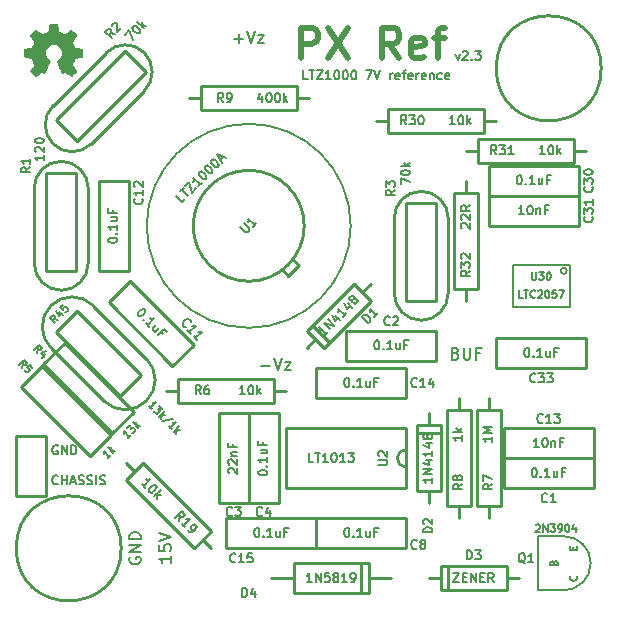
<source format=gto>
G04 (created by PCBNEW (22-Jun-2014 BZR 4027)-stable) date Sun 04 Feb 2018 03:40:52 PM CST*
%MOIN*%
G04 Gerber Fmt 3.4, Leading zero omitted, Abs format*
%FSLAX34Y34*%
G01*
G70*
G90*
G04 APERTURE LIST*
%ADD10C,0.00590551*%
%ADD11C,0.008*%
%ADD12C,0.006*%
%ADD13C,0.00787402*%
%ADD14C,0.007*%
%ADD15C,0.02*%
%ADD16C,0.01*%
%ADD17C,0.005*%
%ADD18C,0.0001*%
G04 APERTURE END LIST*
G54D10*
G54D11*
X92647Y-36752D02*
X92704Y-36771D01*
X92723Y-36790D01*
X92742Y-36828D01*
X92742Y-36885D01*
X92723Y-36923D01*
X92704Y-36942D01*
X92666Y-36961D01*
X92514Y-36961D01*
X92514Y-36561D01*
X92647Y-36561D01*
X92685Y-36580D01*
X92704Y-36600D01*
X92723Y-36638D01*
X92723Y-36676D01*
X92704Y-36714D01*
X92685Y-36733D01*
X92647Y-36752D01*
X92514Y-36752D01*
X92914Y-36561D02*
X92914Y-36885D01*
X92933Y-36923D01*
X92952Y-36942D01*
X92990Y-36961D01*
X93066Y-36961D01*
X93104Y-36942D01*
X93123Y-36923D01*
X93142Y-36885D01*
X93142Y-36561D01*
X93466Y-36752D02*
X93333Y-36752D01*
X93333Y-36961D02*
X93333Y-36561D01*
X93523Y-36561D01*
G54D12*
X79392Y-41092D02*
X79378Y-41107D01*
X79335Y-41121D01*
X79307Y-41121D01*
X79264Y-41107D01*
X79235Y-41078D01*
X79221Y-41050D01*
X79207Y-40992D01*
X79207Y-40950D01*
X79221Y-40892D01*
X79235Y-40864D01*
X79264Y-40835D01*
X79307Y-40821D01*
X79335Y-40821D01*
X79378Y-40835D01*
X79392Y-40850D01*
X79521Y-41121D02*
X79521Y-40821D01*
X79521Y-40964D02*
X79692Y-40964D01*
X79692Y-41121D02*
X79692Y-40821D01*
X79821Y-41035D02*
X79964Y-41035D01*
X79792Y-41121D02*
X79892Y-40821D01*
X79992Y-41121D01*
X80078Y-41107D02*
X80121Y-41121D01*
X80192Y-41121D01*
X80221Y-41107D01*
X80235Y-41092D01*
X80250Y-41064D01*
X80250Y-41035D01*
X80235Y-41007D01*
X80221Y-40992D01*
X80192Y-40978D01*
X80135Y-40964D01*
X80107Y-40950D01*
X80092Y-40935D01*
X80078Y-40907D01*
X80078Y-40878D01*
X80092Y-40850D01*
X80107Y-40835D01*
X80135Y-40821D01*
X80207Y-40821D01*
X80250Y-40835D01*
X80364Y-41107D02*
X80407Y-41121D01*
X80478Y-41121D01*
X80507Y-41107D01*
X80521Y-41092D01*
X80535Y-41064D01*
X80535Y-41035D01*
X80521Y-41007D01*
X80507Y-40992D01*
X80478Y-40978D01*
X80421Y-40964D01*
X80392Y-40950D01*
X80378Y-40935D01*
X80364Y-40907D01*
X80364Y-40878D01*
X80378Y-40850D01*
X80392Y-40835D01*
X80421Y-40821D01*
X80492Y-40821D01*
X80535Y-40835D01*
X80664Y-41121D02*
X80664Y-40821D01*
X80792Y-41107D02*
X80835Y-41121D01*
X80907Y-41121D01*
X80935Y-41107D01*
X80950Y-41092D01*
X80964Y-41064D01*
X80964Y-41035D01*
X80950Y-41007D01*
X80935Y-40992D01*
X80907Y-40978D01*
X80850Y-40964D01*
X80821Y-40950D01*
X80807Y-40935D01*
X80792Y-40907D01*
X80792Y-40878D01*
X80807Y-40850D01*
X80821Y-40835D01*
X80850Y-40821D01*
X80921Y-40821D01*
X80964Y-40835D01*
X79378Y-39835D02*
X79350Y-39821D01*
X79307Y-39821D01*
X79264Y-39835D01*
X79235Y-39864D01*
X79221Y-39892D01*
X79207Y-39950D01*
X79207Y-39992D01*
X79221Y-40050D01*
X79235Y-40078D01*
X79264Y-40107D01*
X79307Y-40121D01*
X79335Y-40121D01*
X79378Y-40107D01*
X79392Y-40092D01*
X79392Y-39992D01*
X79335Y-39992D01*
X79521Y-40121D02*
X79521Y-39821D01*
X79692Y-40121D01*
X79692Y-39821D01*
X79835Y-40121D02*
X79835Y-39821D01*
X79907Y-39821D01*
X79950Y-39835D01*
X79978Y-39864D01*
X79992Y-39892D01*
X80007Y-39950D01*
X80007Y-39992D01*
X79992Y-40050D01*
X79978Y-40078D01*
X79950Y-40107D01*
X79907Y-40121D01*
X79835Y-40121D01*
G54D13*
X89150Y-32500D02*
G75*
G03X89150Y-32500I-3400J0D01*
G74*
G01*
G54D12*
X92642Y-26771D02*
X92714Y-26971D01*
X92785Y-26771D01*
X92885Y-26700D02*
X92900Y-26685D01*
X92928Y-26671D01*
X93000Y-26671D01*
X93028Y-26685D01*
X93042Y-26700D01*
X93057Y-26728D01*
X93057Y-26757D01*
X93042Y-26800D01*
X92871Y-26971D01*
X93057Y-26971D01*
X93185Y-26942D02*
X93199Y-26957D01*
X93185Y-26971D01*
X93171Y-26957D01*
X93185Y-26942D01*
X93185Y-26971D01*
X93299Y-26671D02*
X93485Y-26671D01*
X93385Y-26785D01*
X93428Y-26785D01*
X93457Y-26800D01*
X93471Y-26814D01*
X93485Y-26842D01*
X93485Y-26914D01*
X93471Y-26942D01*
X93457Y-26957D01*
X93428Y-26971D01*
X93342Y-26971D01*
X93314Y-26957D01*
X93299Y-26942D01*
G54D14*
X87714Y-27621D02*
X87571Y-27621D01*
X87571Y-27321D01*
X87771Y-27321D02*
X87942Y-27321D01*
X87857Y-27621D02*
X87857Y-27321D01*
X88014Y-27321D02*
X88214Y-27321D01*
X88014Y-27621D01*
X88214Y-27621D01*
X88485Y-27621D02*
X88314Y-27621D01*
X88399Y-27621D02*
X88399Y-27321D01*
X88371Y-27364D01*
X88342Y-27392D01*
X88314Y-27407D01*
X88671Y-27321D02*
X88699Y-27321D01*
X88728Y-27335D01*
X88742Y-27350D01*
X88757Y-27378D01*
X88771Y-27435D01*
X88771Y-27507D01*
X88757Y-27564D01*
X88742Y-27592D01*
X88728Y-27607D01*
X88699Y-27621D01*
X88671Y-27621D01*
X88642Y-27607D01*
X88628Y-27592D01*
X88614Y-27564D01*
X88599Y-27507D01*
X88599Y-27435D01*
X88614Y-27378D01*
X88628Y-27350D01*
X88642Y-27335D01*
X88671Y-27321D01*
X88957Y-27321D02*
X88985Y-27321D01*
X89014Y-27335D01*
X89028Y-27350D01*
X89042Y-27378D01*
X89057Y-27435D01*
X89057Y-27507D01*
X89042Y-27564D01*
X89028Y-27592D01*
X89014Y-27607D01*
X88985Y-27621D01*
X88957Y-27621D01*
X88928Y-27607D01*
X88914Y-27592D01*
X88899Y-27564D01*
X88885Y-27507D01*
X88885Y-27435D01*
X88899Y-27378D01*
X88914Y-27350D01*
X88928Y-27335D01*
X88957Y-27321D01*
X89242Y-27321D02*
X89271Y-27321D01*
X89299Y-27335D01*
X89314Y-27350D01*
X89328Y-27378D01*
X89342Y-27435D01*
X89342Y-27507D01*
X89328Y-27564D01*
X89314Y-27592D01*
X89299Y-27607D01*
X89271Y-27621D01*
X89242Y-27621D01*
X89214Y-27607D01*
X89199Y-27592D01*
X89185Y-27564D01*
X89171Y-27507D01*
X89171Y-27435D01*
X89185Y-27378D01*
X89199Y-27350D01*
X89214Y-27335D01*
X89242Y-27321D01*
X89671Y-27321D02*
X89871Y-27321D01*
X89742Y-27621D01*
X89942Y-27321D02*
X90042Y-27621D01*
X90142Y-27321D01*
X90471Y-27621D02*
X90471Y-27421D01*
X90471Y-27478D02*
X90485Y-27450D01*
X90499Y-27435D01*
X90528Y-27421D01*
X90557Y-27421D01*
X90771Y-27607D02*
X90742Y-27621D01*
X90685Y-27621D01*
X90657Y-27607D01*
X90642Y-27578D01*
X90642Y-27464D01*
X90657Y-27435D01*
X90685Y-27421D01*
X90742Y-27421D01*
X90771Y-27435D01*
X90785Y-27464D01*
X90785Y-27492D01*
X90642Y-27521D01*
X90871Y-27421D02*
X90985Y-27421D01*
X90914Y-27621D02*
X90914Y-27364D01*
X90928Y-27335D01*
X90957Y-27321D01*
X90985Y-27321D01*
X91199Y-27607D02*
X91171Y-27621D01*
X91114Y-27621D01*
X91085Y-27607D01*
X91071Y-27578D01*
X91071Y-27464D01*
X91085Y-27435D01*
X91114Y-27421D01*
X91171Y-27421D01*
X91199Y-27435D01*
X91214Y-27464D01*
X91214Y-27492D01*
X91071Y-27521D01*
X91342Y-27621D02*
X91342Y-27421D01*
X91342Y-27478D02*
X91357Y-27450D01*
X91371Y-27435D01*
X91399Y-27421D01*
X91428Y-27421D01*
X91642Y-27607D02*
X91614Y-27621D01*
X91557Y-27621D01*
X91528Y-27607D01*
X91514Y-27578D01*
X91514Y-27464D01*
X91528Y-27435D01*
X91557Y-27421D01*
X91614Y-27421D01*
X91642Y-27435D01*
X91657Y-27464D01*
X91657Y-27492D01*
X91514Y-27521D01*
X91785Y-27421D02*
X91785Y-27621D01*
X91785Y-27450D02*
X91799Y-27435D01*
X91828Y-27421D01*
X91871Y-27421D01*
X91899Y-27435D01*
X91914Y-27464D01*
X91914Y-27621D01*
X92185Y-27607D02*
X92157Y-27621D01*
X92099Y-27621D01*
X92071Y-27607D01*
X92057Y-27592D01*
X92042Y-27564D01*
X92042Y-27478D01*
X92057Y-27450D01*
X92071Y-27435D01*
X92099Y-27421D01*
X92157Y-27421D01*
X92185Y-27435D01*
X92428Y-27607D02*
X92399Y-27621D01*
X92342Y-27621D01*
X92314Y-27607D01*
X92299Y-27578D01*
X92299Y-27464D01*
X92314Y-27435D01*
X92342Y-27421D01*
X92399Y-27421D01*
X92428Y-27435D01*
X92442Y-27464D01*
X92442Y-27492D01*
X92299Y-27521D01*
G54D15*
X87488Y-26904D02*
X87488Y-25904D01*
X87869Y-25904D01*
X87964Y-25952D01*
X88011Y-26000D01*
X88059Y-26095D01*
X88059Y-26238D01*
X88011Y-26333D01*
X87964Y-26380D01*
X87869Y-26428D01*
X87488Y-26428D01*
X88392Y-25904D02*
X89059Y-26904D01*
X89059Y-25904D02*
X88392Y-26904D01*
X90773Y-26904D02*
X90440Y-26428D01*
X90202Y-26904D02*
X90202Y-25904D01*
X90583Y-25904D01*
X90678Y-25952D01*
X90726Y-26000D01*
X90773Y-26095D01*
X90773Y-26238D01*
X90726Y-26333D01*
X90678Y-26380D01*
X90583Y-26428D01*
X90202Y-26428D01*
X91583Y-26857D02*
X91488Y-26904D01*
X91297Y-26904D01*
X91202Y-26857D01*
X91154Y-26761D01*
X91154Y-26380D01*
X91202Y-26285D01*
X91297Y-26238D01*
X91488Y-26238D01*
X91583Y-26285D01*
X91630Y-26380D01*
X91630Y-26476D01*
X91154Y-26571D01*
X91916Y-26238D02*
X92297Y-26238D01*
X92059Y-26904D02*
X92059Y-26047D01*
X92107Y-25952D01*
X92202Y-25904D01*
X92297Y-25904D01*
G54D11*
X81780Y-43554D02*
X81761Y-43592D01*
X81761Y-43650D01*
X81780Y-43707D01*
X81819Y-43745D01*
X81857Y-43764D01*
X81933Y-43783D01*
X81990Y-43783D01*
X82066Y-43764D01*
X82104Y-43745D01*
X82142Y-43707D01*
X82161Y-43650D01*
X82161Y-43611D01*
X82142Y-43554D01*
X82123Y-43535D01*
X81990Y-43535D01*
X81990Y-43611D01*
X82161Y-43364D02*
X81761Y-43364D01*
X82161Y-43135D01*
X81761Y-43135D01*
X82161Y-42945D02*
X81761Y-42945D01*
X81761Y-42849D01*
X81780Y-42792D01*
X81819Y-42754D01*
X81857Y-42735D01*
X81933Y-42716D01*
X81990Y-42716D01*
X82066Y-42735D01*
X82104Y-42754D01*
X82142Y-42792D01*
X82161Y-42849D01*
X82161Y-42945D01*
X83161Y-43497D02*
X83161Y-43726D01*
X83161Y-43611D02*
X82761Y-43611D01*
X82819Y-43649D01*
X82857Y-43688D01*
X82876Y-43726D01*
X82761Y-43135D02*
X82761Y-43326D01*
X82952Y-43345D01*
X82933Y-43326D01*
X82914Y-43288D01*
X82914Y-43192D01*
X82933Y-43154D01*
X82952Y-43135D01*
X82990Y-43116D01*
X83085Y-43116D01*
X83123Y-43135D01*
X83142Y-43154D01*
X83161Y-43192D01*
X83161Y-43288D01*
X83142Y-43326D01*
X83123Y-43345D01*
X82761Y-43002D02*
X83161Y-42869D01*
X82761Y-42735D01*
X86164Y-37159D02*
X86469Y-37159D01*
X86602Y-36911D02*
X86735Y-37311D01*
X86869Y-36911D01*
X86964Y-37045D02*
X87173Y-37045D01*
X86964Y-37311D01*
X87173Y-37311D01*
X85264Y-26259D02*
X85569Y-26259D01*
X85416Y-26411D02*
X85416Y-26107D01*
X85702Y-26011D02*
X85835Y-26411D01*
X85969Y-26011D01*
X86064Y-26145D02*
X86273Y-26145D01*
X86064Y-26411D01*
X86273Y-26411D01*
G54D10*
X96250Y-42850D02*
X95400Y-42850D01*
X95400Y-42850D02*
X95400Y-44650D01*
X95400Y-44650D02*
X96250Y-44650D01*
X96250Y-44650D02*
G75*
G03X97150Y-43750I0J900D01*
G74*
G01*
X97150Y-43750D02*
G75*
G03X96250Y-42850I-900J0D01*
G74*
G01*
G54D16*
X92750Y-38250D02*
X92750Y-38650D01*
X92750Y-38650D02*
X93150Y-38650D01*
X93150Y-38650D02*
X93150Y-41850D01*
X93150Y-41850D02*
X92350Y-41850D01*
X92350Y-41850D02*
X92350Y-38650D01*
X92350Y-38650D02*
X92750Y-38650D01*
X92750Y-42250D02*
X92750Y-41850D01*
X93750Y-42250D02*
X93750Y-41850D01*
X93750Y-41850D02*
X93350Y-41850D01*
X93350Y-41850D02*
X93350Y-38650D01*
X93350Y-38650D02*
X94150Y-38650D01*
X94150Y-38650D02*
X94150Y-41850D01*
X94150Y-41850D02*
X93750Y-41850D01*
X93750Y-38250D02*
X93750Y-38650D01*
X83000Y-38000D02*
X83400Y-38000D01*
X83400Y-38000D02*
X83400Y-37600D01*
X83400Y-37600D02*
X86600Y-37600D01*
X86600Y-37600D02*
X86600Y-38400D01*
X86600Y-38400D02*
X83400Y-38400D01*
X83400Y-38400D02*
X83400Y-38000D01*
X87000Y-38000D02*
X86600Y-38000D01*
X83750Y-28250D02*
X84150Y-28250D01*
X84150Y-28250D02*
X84150Y-27850D01*
X84150Y-27850D02*
X87350Y-27850D01*
X87350Y-27850D02*
X87350Y-28650D01*
X87350Y-28650D02*
X84150Y-28650D01*
X84150Y-28650D02*
X84150Y-28250D01*
X87750Y-28250D02*
X87350Y-28250D01*
X84500Y-43250D02*
X84217Y-42967D01*
X84217Y-42967D02*
X83934Y-43250D01*
X83934Y-43250D02*
X81671Y-40987D01*
X81671Y-40987D02*
X82237Y-40421D01*
X82237Y-40421D02*
X84500Y-42684D01*
X84500Y-42684D02*
X84217Y-42967D01*
X81671Y-40421D02*
X81954Y-40704D01*
X87600Y-32500D02*
G75*
G03X87600Y-32500I-1850J0D01*
G74*
G01*
X87058Y-34161D02*
X86881Y-33984D01*
X87411Y-33808D02*
X87234Y-33631D01*
X87411Y-33808D02*
X87058Y-34161D01*
X90700Y-40250D02*
G75*
G03X91000Y-40550I300J0D01*
G74*
G01*
X91000Y-39950D02*
G75*
G03X90700Y-40250I0J-300D01*
G74*
G01*
X91000Y-41250D02*
X87000Y-41250D01*
X87000Y-41250D02*
X87000Y-39250D01*
X87000Y-39250D02*
X91000Y-39250D01*
X91000Y-39250D02*
X91000Y-41250D01*
X97500Y-27250D02*
G75*
G03X97500Y-27250I-1750J0D01*
G74*
G01*
X97250Y-40250D02*
X97250Y-41250D01*
X94250Y-40250D02*
X94250Y-41250D01*
X97250Y-41250D02*
X94250Y-41250D01*
X94250Y-40250D02*
X97250Y-40250D01*
X89000Y-37000D02*
X89000Y-36000D01*
X92000Y-37000D02*
X92000Y-36000D01*
X89000Y-36000D02*
X92000Y-36000D01*
X92000Y-37000D02*
X89000Y-37000D01*
X84750Y-38750D02*
X85750Y-38750D01*
X84750Y-41750D02*
X85750Y-41750D01*
X85750Y-38750D02*
X85750Y-41750D01*
X84750Y-41750D02*
X84750Y-38750D01*
X85750Y-38750D02*
X86750Y-38750D01*
X85750Y-41750D02*
X86750Y-41750D01*
X86750Y-38750D02*
X86750Y-41750D01*
X85750Y-41750D02*
X85750Y-38750D01*
X91000Y-42250D02*
X91000Y-43250D01*
X88000Y-42250D02*
X88000Y-43250D01*
X91000Y-43250D02*
X88000Y-43250D01*
X88000Y-42250D02*
X91000Y-42250D01*
X83914Y-36457D02*
X83207Y-37164D01*
X81792Y-34335D02*
X81085Y-35042D01*
X83207Y-37164D02*
X81085Y-35042D01*
X81792Y-34335D02*
X83914Y-36457D01*
X81750Y-34000D02*
X80750Y-34000D01*
X81750Y-31000D02*
X80750Y-31000D01*
X80750Y-34000D02*
X80750Y-31000D01*
X81750Y-31000D02*
X81750Y-34000D01*
X94250Y-40250D02*
X94250Y-39250D01*
X97250Y-40250D02*
X97250Y-39250D01*
X94250Y-39250D02*
X97250Y-39250D01*
X97250Y-40250D02*
X94250Y-40250D01*
X88000Y-38250D02*
X88000Y-37250D01*
X91000Y-38250D02*
X91000Y-37250D01*
X88000Y-37250D02*
X91000Y-37250D01*
X91000Y-38250D02*
X88000Y-38250D01*
X85000Y-43250D02*
X85000Y-42250D01*
X88000Y-43250D02*
X88000Y-42250D01*
X85000Y-42250D02*
X88000Y-42250D01*
X88000Y-43250D02*
X85000Y-43250D01*
X86500Y-44250D02*
X87250Y-44250D01*
X89750Y-44250D02*
X90500Y-44250D01*
X89500Y-43750D02*
X89500Y-44750D01*
X87250Y-44750D02*
X89750Y-44750D01*
X87250Y-43750D02*
X87250Y-44750D01*
X89750Y-43750D02*
X89750Y-44750D01*
X87250Y-43750D02*
X89750Y-43750D01*
X91750Y-41350D02*
X91750Y-41750D01*
X91750Y-39150D02*
X91750Y-38750D01*
X92150Y-41350D02*
X92150Y-39150D01*
X91350Y-39150D02*
X91350Y-41350D01*
X91350Y-39400D02*
X92150Y-39400D01*
X91750Y-39150D02*
X91350Y-39150D01*
X91350Y-41350D02*
X91750Y-41350D01*
X91750Y-41350D02*
X92150Y-41350D01*
X92150Y-39150D02*
X91750Y-39150D01*
X89527Y-34722D02*
X89810Y-34439D01*
X87972Y-36277D02*
X87689Y-36560D01*
X89244Y-34439D02*
X87689Y-35994D01*
X88255Y-36560D02*
X89810Y-35005D01*
X88431Y-36383D02*
X87866Y-35818D01*
X87972Y-36277D02*
X88255Y-36560D01*
X89810Y-35005D02*
X89527Y-34722D01*
X89527Y-34722D02*
X89244Y-34439D01*
X87689Y-35994D02*
X87972Y-36277D01*
X94350Y-44250D02*
X94750Y-44250D01*
X92150Y-44250D02*
X91750Y-44250D01*
X94350Y-43850D02*
X92150Y-43850D01*
X92150Y-44650D02*
X94350Y-44650D01*
X92400Y-44650D02*
X92400Y-43850D01*
X92150Y-44250D02*
X92150Y-44650D01*
X94350Y-44650D02*
X94350Y-44250D01*
X94350Y-44250D02*
X94350Y-43850D01*
X92150Y-43850D02*
X92150Y-44250D01*
X79335Y-28957D02*
X81633Y-26659D01*
X82340Y-27366D02*
X80042Y-29664D01*
X79229Y-28497D02*
X80997Y-26729D01*
X82270Y-28002D02*
X80502Y-29770D01*
X79229Y-29770D02*
G75*
G03X80502Y-29770I636J636D01*
G74*
G01*
X79229Y-28497D02*
G75*
G03X79229Y-29770I636J-636D01*
G74*
G01*
X82270Y-26729D02*
G75*
G03X80997Y-26729I-636J-636D01*
G74*
G01*
X82270Y-28002D02*
G75*
G03X82270Y-26729I-636J636D01*
G74*
G01*
X79229Y-29770D02*
G75*
G03X80502Y-29770I636J636D01*
G74*
G01*
X80042Y-29664D02*
X79335Y-28957D01*
X81633Y-26659D02*
X82340Y-27366D01*
X79000Y-34000D02*
X79000Y-30750D01*
X80000Y-30750D02*
X80000Y-34000D01*
X78600Y-33750D02*
X78600Y-31250D01*
X80400Y-31250D02*
X80400Y-33750D01*
X79500Y-34650D02*
G75*
G03X80400Y-33750I0J900D01*
G74*
G01*
X78600Y-33750D02*
G75*
G03X79500Y-34650I900J0D01*
G74*
G01*
X79500Y-30350D02*
G75*
G03X78600Y-31250I0J-900D01*
G74*
G01*
X80400Y-31250D02*
G75*
G03X79500Y-30350I-900J0D01*
G74*
G01*
X79500Y-34650D02*
G75*
G03X80400Y-33750I0J900D01*
G74*
G01*
X80000Y-34000D02*
X79000Y-34000D01*
X79000Y-30750D02*
X80000Y-30750D01*
X91000Y-35000D02*
X91000Y-31750D01*
X92000Y-31750D02*
X92000Y-35000D01*
X90600Y-34750D02*
X90600Y-32250D01*
X92400Y-32250D02*
X92400Y-34750D01*
X91500Y-35650D02*
G75*
G03X92400Y-34750I0J900D01*
G74*
G01*
X90600Y-34750D02*
G75*
G03X91500Y-35650I900J0D01*
G74*
G01*
X91500Y-31350D02*
G75*
G03X90600Y-32250I0J-900D01*
G74*
G01*
X92400Y-32250D02*
G75*
G03X91500Y-31350I-900J0D01*
G74*
G01*
X91500Y-35650D02*
G75*
G03X92400Y-34750I0J900D01*
G74*
G01*
X92000Y-35000D02*
X91000Y-35000D01*
X91000Y-31750D02*
X92000Y-31750D01*
X78000Y-41500D02*
X78000Y-39500D01*
X78000Y-39500D02*
X79000Y-39500D01*
X79000Y-39500D02*
X79000Y-41500D01*
X79000Y-41500D02*
X78000Y-41500D01*
X81500Y-43250D02*
G75*
G03X81500Y-43250I-1750J0D01*
G74*
G01*
G54D17*
X96350Y-34000D02*
G75*
G03X96350Y-34000I-100J0D01*
G74*
G01*
X94550Y-35200D02*
X94550Y-33800D01*
X96450Y-35200D02*
X96450Y-33800D01*
X96450Y-33800D02*
X94550Y-33800D01*
X96450Y-35200D02*
X94550Y-35200D01*
G54D16*
X90000Y-29000D02*
X90400Y-29000D01*
X90400Y-29000D02*
X90400Y-28600D01*
X90400Y-28600D02*
X93600Y-28600D01*
X93600Y-28600D02*
X93600Y-29400D01*
X93600Y-29400D02*
X90400Y-29400D01*
X90400Y-29400D02*
X90400Y-29000D01*
X94000Y-29000D02*
X93600Y-29000D01*
X97000Y-30000D02*
X96600Y-30000D01*
X96600Y-30000D02*
X96600Y-30400D01*
X96600Y-30400D02*
X93400Y-30400D01*
X93400Y-30400D02*
X93400Y-29600D01*
X93400Y-29600D02*
X96600Y-29600D01*
X96600Y-29600D02*
X96600Y-30000D01*
X93000Y-30000D02*
X93400Y-30000D01*
X93000Y-31000D02*
X93000Y-31400D01*
X93000Y-31400D02*
X93400Y-31400D01*
X93400Y-31400D02*
X93400Y-34600D01*
X93400Y-34600D02*
X92600Y-34600D01*
X92600Y-34600D02*
X92600Y-31400D01*
X92600Y-31400D02*
X93000Y-31400D01*
X93000Y-35000D02*
X93000Y-34600D01*
X96750Y-30500D02*
X96750Y-31500D01*
X93750Y-30500D02*
X93750Y-31500D01*
X96750Y-31500D02*
X93750Y-31500D01*
X93750Y-30500D02*
X96750Y-30500D01*
X93750Y-32500D02*
X93750Y-31500D01*
X96750Y-32500D02*
X96750Y-31500D01*
X93750Y-31500D02*
X96750Y-31500D01*
X96750Y-32500D02*
X93750Y-32500D01*
X94000Y-37250D02*
X94000Y-36250D01*
X97000Y-37250D02*
X97000Y-36250D01*
X94000Y-36250D02*
X97000Y-36250D01*
X97000Y-37250D02*
X94000Y-37250D01*
G54D18*
G36*
X78654Y-27534D02*
X78664Y-27528D01*
X78687Y-27514D01*
X78720Y-27492D01*
X78759Y-27466D01*
X78798Y-27440D01*
X78830Y-27419D01*
X78852Y-27404D01*
X78862Y-27399D01*
X78867Y-27401D01*
X78885Y-27410D01*
X78912Y-27424D01*
X78928Y-27432D01*
X78952Y-27442D01*
X78965Y-27445D01*
X78967Y-27441D01*
X78976Y-27422D01*
X78990Y-27390D01*
X79008Y-27347D01*
X79030Y-27297D01*
X79052Y-27244D01*
X79075Y-27189D01*
X79097Y-27136D01*
X79116Y-27089D01*
X79132Y-27051D01*
X79142Y-27024D01*
X79146Y-27013D01*
X79145Y-27010D01*
X79132Y-26998D01*
X79111Y-26982D01*
X79064Y-26944D01*
X79018Y-26887D01*
X78990Y-26822D01*
X78981Y-26749D01*
X78989Y-26682D01*
X79015Y-26618D01*
X79060Y-26560D01*
X79115Y-26517D01*
X79179Y-26490D01*
X79250Y-26481D01*
X79318Y-26489D01*
X79384Y-26515D01*
X79442Y-26559D01*
X79467Y-26587D01*
X79501Y-26646D01*
X79520Y-26708D01*
X79522Y-26724D01*
X79519Y-26793D01*
X79499Y-26860D01*
X79462Y-26919D01*
X79411Y-26968D01*
X79405Y-26972D01*
X79382Y-26990D01*
X79366Y-27002D01*
X79354Y-27012D01*
X79442Y-27224D01*
X79456Y-27257D01*
X79480Y-27315D01*
X79501Y-27365D01*
X79518Y-27405D01*
X79530Y-27431D01*
X79535Y-27442D01*
X79535Y-27443D01*
X79543Y-27444D01*
X79559Y-27438D01*
X79589Y-27424D01*
X79608Y-27414D01*
X79631Y-27403D01*
X79641Y-27399D01*
X79650Y-27404D01*
X79671Y-27418D01*
X79703Y-27439D01*
X79741Y-27464D01*
X79777Y-27489D01*
X79810Y-27511D01*
X79834Y-27526D01*
X79846Y-27533D01*
X79848Y-27533D01*
X79858Y-27527D01*
X79877Y-27511D01*
X79906Y-27484D01*
X79947Y-27443D01*
X79953Y-27437D01*
X79987Y-27403D01*
X80014Y-27374D01*
X80032Y-27354D01*
X80039Y-27345D01*
X80039Y-27345D01*
X80033Y-27333D01*
X80018Y-27309D01*
X79996Y-27275D01*
X79969Y-27236D01*
X79899Y-27134D01*
X79937Y-27038D01*
X79949Y-27008D01*
X79964Y-26973D01*
X79975Y-26947D01*
X79981Y-26936D01*
X79991Y-26932D01*
X80018Y-26926D01*
X80056Y-26918D01*
X80101Y-26910D01*
X80145Y-26902D01*
X80184Y-26894D01*
X80212Y-26889D01*
X80225Y-26886D01*
X80228Y-26884D01*
X80231Y-26878D01*
X80232Y-26865D01*
X80233Y-26841D01*
X80234Y-26804D01*
X80234Y-26749D01*
X80234Y-26743D01*
X80233Y-26692D01*
X80232Y-26650D01*
X80231Y-26624D01*
X80229Y-26613D01*
X80229Y-26613D01*
X80217Y-26610D01*
X80189Y-26604D01*
X80150Y-26597D01*
X80103Y-26588D01*
X80100Y-26587D01*
X80054Y-26578D01*
X80015Y-26570D01*
X79987Y-26564D01*
X79976Y-26560D01*
X79973Y-26557D01*
X79964Y-26539D01*
X79951Y-26510D01*
X79935Y-26475D01*
X79920Y-26438D01*
X79907Y-26405D01*
X79898Y-26381D01*
X79895Y-26370D01*
X79896Y-26369D01*
X79903Y-26358D01*
X79919Y-26334D01*
X79941Y-26301D01*
X79968Y-26261D01*
X79970Y-26258D01*
X79997Y-26219D01*
X80019Y-26185D01*
X80033Y-26162D01*
X80039Y-26151D01*
X80039Y-26150D01*
X80030Y-26138D01*
X80010Y-26116D01*
X79981Y-26086D01*
X79947Y-26051D01*
X79936Y-26041D01*
X79897Y-26003D01*
X79871Y-25979D01*
X79854Y-25966D01*
X79846Y-25963D01*
X79846Y-25963D01*
X79834Y-25970D01*
X79809Y-25986D01*
X79776Y-26009D01*
X79736Y-26036D01*
X79733Y-26038D01*
X79694Y-26065D01*
X79661Y-26087D01*
X79638Y-26103D01*
X79627Y-26109D01*
X79626Y-26109D01*
X79610Y-26104D01*
X79582Y-26094D01*
X79547Y-26081D01*
X79511Y-26066D01*
X79478Y-26052D01*
X79453Y-26041D01*
X79441Y-26034D01*
X79441Y-26034D01*
X79437Y-26020D01*
X79430Y-25990D01*
X79422Y-25950D01*
X79412Y-25902D01*
X79411Y-25894D01*
X79402Y-25847D01*
X79395Y-25808D01*
X79389Y-25781D01*
X79386Y-25770D01*
X79380Y-25769D01*
X79357Y-25767D01*
X79322Y-25766D01*
X79279Y-25766D01*
X79235Y-25766D01*
X79192Y-25767D01*
X79155Y-25768D01*
X79128Y-25770D01*
X79117Y-25772D01*
X79117Y-25773D01*
X79113Y-25788D01*
X79106Y-25817D01*
X79098Y-25858D01*
X79089Y-25906D01*
X79087Y-25915D01*
X79078Y-25961D01*
X79070Y-26000D01*
X79065Y-26026D01*
X79062Y-26037D01*
X79057Y-26039D01*
X79038Y-26047D01*
X79007Y-26060D01*
X78968Y-26076D01*
X78878Y-26112D01*
X78767Y-26037D01*
X78757Y-26030D01*
X78717Y-26003D01*
X78685Y-25981D01*
X78662Y-25966D01*
X78653Y-25961D01*
X78652Y-25961D01*
X78641Y-25971D01*
X78619Y-25992D01*
X78589Y-26021D01*
X78554Y-26055D01*
X78529Y-26081D01*
X78498Y-26112D01*
X78479Y-26133D01*
X78468Y-26146D01*
X78465Y-26154D01*
X78466Y-26160D01*
X78473Y-26171D01*
X78489Y-26195D01*
X78512Y-26229D01*
X78539Y-26268D01*
X78561Y-26301D01*
X78585Y-26338D01*
X78600Y-26364D01*
X78606Y-26377D01*
X78604Y-26382D01*
X78597Y-26404D01*
X78583Y-26437D01*
X78567Y-26476D01*
X78528Y-26563D01*
X78471Y-26574D01*
X78436Y-26581D01*
X78388Y-26590D01*
X78341Y-26599D01*
X78269Y-26613D01*
X78266Y-26879D01*
X78277Y-26884D01*
X78288Y-26887D01*
X78315Y-26893D01*
X78353Y-26901D01*
X78399Y-26909D01*
X78437Y-26916D01*
X78476Y-26924D01*
X78504Y-26929D01*
X78516Y-26932D01*
X78520Y-26936D01*
X78529Y-26955D01*
X78543Y-26985D01*
X78559Y-27021D01*
X78574Y-27058D01*
X78588Y-27093D01*
X78597Y-27119D01*
X78601Y-27132D01*
X78596Y-27143D01*
X78581Y-27166D01*
X78560Y-27198D01*
X78533Y-27237D01*
X78507Y-27275D01*
X78484Y-27308D01*
X78469Y-27332D01*
X78462Y-27343D01*
X78466Y-27350D01*
X78481Y-27369D01*
X78510Y-27399D01*
X78554Y-27442D01*
X78561Y-27449D01*
X78595Y-27482D01*
X78624Y-27509D01*
X78645Y-27527D01*
X78654Y-27534D01*
X78654Y-27534D01*
G37*
G54D16*
X78909Y-37116D02*
X81207Y-39414D01*
X79616Y-36409D02*
X81914Y-38707D01*
X81914Y-38707D02*
X81207Y-39414D01*
X78909Y-37116D02*
X79616Y-36409D01*
X78159Y-37866D02*
X80457Y-40164D01*
X78866Y-37159D02*
X81164Y-39457D01*
X81164Y-39457D02*
X80457Y-40164D01*
X78159Y-37866D02*
X78866Y-37159D01*
X80042Y-35335D02*
X82164Y-37457D01*
X82164Y-37457D02*
X81457Y-38164D01*
X81457Y-38164D02*
X79335Y-36042D01*
X79335Y-36042D02*
X80042Y-35335D01*
X79159Y-36573D02*
X80926Y-38340D01*
X80573Y-35159D02*
X82340Y-36926D01*
X80926Y-38340D02*
G75*
G03X82340Y-38340I707J707D01*
G74*
G01*
X82340Y-38340D02*
G75*
G03X82340Y-36926I-707J707D01*
G74*
G01*
X80573Y-35159D02*
G75*
G03X79159Y-35159I-707J-707D01*
G74*
G01*
X79159Y-35159D02*
G75*
G03X79159Y-36573I707J-707D01*
G74*
G01*
G54D12*
X94971Y-43750D02*
X94942Y-43735D01*
X94914Y-43707D01*
X94871Y-43664D01*
X94842Y-43650D01*
X94814Y-43650D01*
X94828Y-43721D02*
X94800Y-43707D01*
X94771Y-43678D01*
X94757Y-43621D01*
X94757Y-43521D01*
X94771Y-43464D01*
X94800Y-43435D01*
X94828Y-43421D01*
X94885Y-43421D01*
X94914Y-43435D01*
X94942Y-43464D01*
X94957Y-43521D01*
X94957Y-43621D01*
X94942Y-43678D01*
X94914Y-43707D01*
X94885Y-43721D01*
X94828Y-43721D01*
X95242Y-43721D02*
X95071Y-43721D01*
X95157Y-43721D02*
X95157Y-43421D01*
X95128Y-43464D01*
X95100Y-43492D01*
X95071Y-43507D01*
G54D17*
X95321Y-42475D02*
X95333Y-42463D01*
X95357Y-42451D01*
X95416Y-42451D01*
X95440Y-42463D01*
X95452Y-42475D01*
X95464Y-42498D01*
X95464Y-42522D01*
X95452Y-42558D01*
X95309Y-42701D01*
X95464Y-42701D01*
X95571Y-42701D02*
X95571Y-42451D01*
X95714Y-42701D01*
X95714Y-42451D01*
X95809Y-42451D02*
X95964Y-42451D01*
X95880Y-42546D01*
X95916Y-42546D01*
X95940Y-42558D01*
X95952Y-42570D01*
X95964Y-42594D01*
X95964Y-42653D01*
X95952Y-42677D01*
X95940Y-42689D01*
X95916Y-42701D01*
X95845Y-42701D01*
X95821Y-42689D01*
X95809Y-42677D01*
X96083Y-42701D02*
X96130Y-42701D01*
X96154Y-42689D01*
X96166Y-42677D01*
X96190Y-42641D01*
X96202Y-42594D01*
X96202Y-42498D01*
X96190Y-42475D01*
X96178Y-42463D01*
X96154Y-42451D01*
X96107Y-42451D01*
X96083Y-42463D01*
X96071Y-42475D01*
X96059Y-42498D01*
X96059Y-42558D01*
X96071Y-42582D01*
X96083Y-42594D01*
X96107Y-42605D01*
X96154Y-42605D01*
X96178Y-42594D01*
X96190Y-42582D01*
X96202Y-42558D01*
X96357Y-42451D02*
X96380Y-42451D01*
X96404Y-42463D01*
X96416Y-42475D01*
X96428Y-42498D01*
X96440Y-42546D01*
X96440Y-42605D01*
X96428Y-42653D01*
X96416Y-42677D01*
X96404Y-42689D01*
X96380Y-42701D01*
X96357Y-42701D01*
X96333Y-42689D01*
X96321Y-42677D01*
X96309Y-42653D01*
X96297Y-42605D01*
X96297Y-42546D01*
X96309Y-42498D01*
X96321Y-42475D01*
X96333Y-42463D01*
X96357Y-42451D01*
X96654Y-42534D02*
X96654Y-42701D01*
X96595Y-42439D02*
X96535Y-42617D01*
X96690Y-42617D01*
X96570Y-43303D02*
X96570Y-43220D01*
X96701Y-43184D02*
X96701Y-43303D01*
X96451Y-43303D01*
X96451Y-43184D01*
X95920Y-43732D02*
X95932Y-43696D01*
X95944Y-43684D01*
X95967Y-43672D01*
X96003Y-43672D01*
X96027Y-43684D01*
X96039Y-43696D01*
X96051Y-43720D01*
X96051Y-43815D01*
X95801Y-43815D01*
X95801Y-43732D01*
X95813Y-43708D01*
X95825Y-43696D01*
X95848Y-43684D01*
X95872Y-43684D01*
X95896Y-43696D01*
X95908Y-43708D01*
X95920Y-43732D01*
X95920Y-43815D01*
X96677Y-44172D02*
X96689Y-44184D01*
X96701Y-44220D01*
X96701Y-44244D01*
X96689Y-44279D01*
X96665Y-44303D01*
X96641Y-44315D01*
X96594Y-44327D01*
X96558Y-44327D01*
X96510Y-44315D01*
X96486Y-44303D01*
X96463Y-44279D01*
X96451Y-44244D01*
X96451Y-44220D01*
X96463Y-44184D01*
X96475Y-44172D01*
G54D12*
X92871Y-41100D02*
X92728Y-41200D01*
X92871Y-41271D02*
X92571Y-41271D01*
X92571Y-41157D01*
X92585Y-41128D01*
X92600Y-41114D01*
X92628Y-41100D01*
X92671Y-41100D01*
X92700Y-41114D01*
X92714Y-41128D01*
X92728Y-41157D01*
X92728Y-41271D01*
X92700Y-40928D02*
X92685Y-40957D01*
X92671Y-40971D01*
X92642Y-40985D01*
X92628Y-40985D01*
X92600Y-40971D01*
X92585Y-40957D01*
X92571Y-40928D01*
X92571Y-40871D01*
X92585Y-40842D01*
X92600Y-40828D01*
X92628Y-40814D01*
X92642Y-40814D01*
X92671Y-40828D01*
X92685Y-40842D01*
X92700Y-40871D01*
X92700Y-40928D01*
X92714Y-40957D01*
X92728Y-40971D01*
X92757Y-40985D01*
X92814Y-40985D01*
X92842Y-40971D01*
X92857Y-40957D01*
X92871Y-40928D01*
X92871Y-40871D01*
X92857Y-40842D01*
X92842Y-40828D01*
X92814Y-40814D01*
X92757Y-40814D01*
X92728Y-40828D01*
X92714Y-40842D01*
X92700Y-40871D01*
X92871Y-39485D02*
X92871Y-39657D01*
X92871Y-39571D02*
X92571Y-39571D01*
X92614Y-39599D01*
X92642Y-39628D01*
X92657Y-39657D01*
X92871Y-39357D02*
X92571Y-39357D01*
X92757Y-39328D02*
X92871Y-39242D01*
X92671Y-39242D02*
X92785Y-39357D01*
X93871Y-41100D02*
X93728Y-41200D01*
X93871Y-41271D02*
X93571Y-41271D01*
X93571Y-41157D01*
X93585Y-41128D01*
X93600Y-41114D01*
X93628Y-41100D01*
X93671Y-41100D01*
X93700Y-41114D01*
X93714Y-41128D01*
X93728Y-41157D01*
X93728Y-41271D01*
X93571Y-41000D02*
X93571Y-40800D01*
X93871Y-40928D01*
X93871Y-39535D02*
X93871Y-39707D01*
X93871Y-39621D02*
X93571Y-39621D01*
X93614Y-39649D01*
X93642Y-39678D01*
X93657Y-39707D01*
X93871Y-39407D02*
X93571Y-39407D01*
X93785Y-39307D01*
X93571Y-39207D01*
X93871Y-39207D01*
X84150Y-38121D02*
X84050Y-37978D01*
X83978Y-38121D02*
X83978Y-37821D01*
X84092Y-37821D01*
X84121Y-37835D01*
X84135Y-37850D01*
X84150Y-37878D01*
X84150Y-37921D01*
X84135Y-37950D01*
X84121Y-37964D01*
X84092Y-37978D01*
X83978Y-37978D01*
X84407Y-37821D02*
X84350Y-37821D01*
X84321Y-37835D01*
X84307Y-37850D01*
X84278Y-37892D01*
X84264Y-37950D01*
X84264Y-38064D01*
X84278Y-38092D01*
X84292Y-38107D01*
X84321Y-38121D01*
X84378Y-38121D01*
X84407Y-38107D01*
X84421Y-38092D01*
X84435Y-38064D01*
X84435Y-37992D01*
X84421Y-37964D01*
X84407Y-37950D01*
X84378Y-37935D01*
X84321Y-37935D01*
X84292Y-37950D01*
X84278Y-37964D01*
X84264Y-37992D01*
X85621Y-38121D02*
X85450Y-38121D01*
X85535Y-38121D02*
X85535Y-37821D01*
X85507Y-37864D01*
X85478Y-37892D01*
X85450Y-37907D01*
X85807Y-37821D02*
X85835Y-37821D01*
X85864Y-37835D01*
X85878Y-37850D01*
X85892Y-37878D01*
X85907Y-37935D01*
X85907Y-38007D01*
X85892Y-38064D01*
X85878Y-38092D01*
X85864Y-38107D01*
X85835Y-38121D01*
X85807Y-38121D01*
X85778Y-38107D01*
X85764Y-38092D01*
X85750Y-38064D01*
X85735Y-38007D01*
X85735Y-37935D01*
X85750Y-37878D01*
X85764Y-37850D01*
X85778Y-37835D01*
X85807Y-37821D01*
X86035Y-38121D02*
X86035Y-37821D01*
X86064Y-38007D02*
X86150Y-38121D01*
X86150Y-37921D02*
X86035Y-38035D01*
X84900Y-28371D02*
X84800Y-28228D01*
X84728Y-28371D02*
X84728Y-28071D01*
X84842Y-28071D01*
X84871Y-28085D01*
X84885Y-28100D01*
X84900Y-28128D01*
X84900Y-28171D01*
X84885Y-28200D01*
X84871Y-28214D01*
X84842Y-28228D01*
X84728Y-28228D01*
X85042Y-28371D02*
X85100Y-28371D01*
X85128Y-28357D01*
X85142Y-28342D01*
X85171Y-28300D01*
X85185Y-28242D01*
X85185Y-28128D01*
X85171Y-28100D01*
X85157Y-28085D01*
X85128Y-28071D01*
X85071Y-28071D01*
X85042Y-28085D01*
X85028Y-28100D01*
X85014Y-28128D01*
X85014Y-28200D01*
X85028Y-28228D01*
X85042Y-28242D01*
X85071Y-28257D01*
X85128Y-28257D01*
X85157Y-28242D01*
X85171Y-28228D01*
X85185Y-28200D01*
X86200Y-28171D02*
X86200Y-28371D01*
X86128Y-28057D02*
X86057Y-28271D01*
X86242Y-28271D01*
X86414Y-28071D02*
X86442Y-28071D01*
X86471Y-28085D01*
X86485Y-28100D01*
X86500Y-28128D01*
X86514Y-28185D01*
X86514Y-28257D01*
X86500Y-28314D01*
X86485Y-28342D01*
X86471Y-28357D01*
X86442Y-28371D01*
X86414Y-28371D01*
X86385Y-28357D01*
X86371Y-28342D01*
X86357Y-28314D01*
X86342Y-28257D01*
X86342Y-28185D01*
X86357Y-28128D01*
X86371Y-28100D01*
X86385Y-28085D01*
X86414Y-28071D01*
X86700Y-28071D02*
X86728Y-28071D01*
X86757Y-28085D01*
X86771Y-28100D01*
X86785Y-28128D01*
X86800Y-28185D01*
X86800Y-28257D01*
X86785Y-28314D01*
X86771Y-28342D01*
X86757Y-28357D01*
X86728Y-28371D01*
X86700Y-28371D01*
X86671Y-28357D01*
X86657Y-28342D01*
X86642Y-28314D01*
X86628Y-28257D01*
X86628Y-28185D01*
X86642Y-28128D01*
X86657Y-28100D01*
X86671Y-28085D01*
X86700Y-28071D01*
X86928Y-28371D02*
X86928Y-28071D01*
X86957Y-28257D02*
X87042Y-28371D01*
X87042Y-28171D02*
X86928Y-28285D01*
X83429Y-42350D02*
X83459Y-42179D01*
X83308Y-42229D02*
X83520Y-42017D01*
X83600Y-42098D01*
X83611Y-42128D01*
X83611Y-42148D01*
X83600Y-42179D01*
X83570Y-42209D01*
X83540Y-42219D01*
X83520Y-42219D01*
X83489Y-42209D01*
X83409Y-42128D01*
X83631Y-42552D02*
X83510Y-42431D01*
X83570Y-42492D02*
X83782Y-42280D01*
X83732Y-42290D01*
X83691Y-42290D01*
X83661Y-42280D01*
X83732Y-42654D02*
X83772Y-42694D01*
X83802Y-42704D01*
X83823Y-42704D01*
X83873Y-42694D01*
X83924Y-42664D01*
X84005Y-42583D01*
X84015Y-42552D01*
X84015Y-42532D01*
X84005Y-42502D01*
X83964Y-42462D01*
X83934Y-42451D01*
X83914Y-42451D01*
X83883Y-42462D01*
X83833Y-42512D01*
X83823Y-42542D01*
X83823Y-42563D01*
X83833Y-42593D01*
X83873Y-42633D01*
X83904Y-42643D01*
X83924Y-42643D01*
X83954Y-42633D01*
X82307Y-41229D02*
X82186Y-41108D01*
X82247Y-41169D02*
X82459Y-40956D01*
X82408Y-40967D01*
X82368Y-40967D01*
X82338Y-40956D01*
X82651Y-41148D02*
X82671Y-41169D01*
X82681Y-41199D01*
X82681Y-41219D01*
X82671Y-41249D01*
X82641Y-41300D01*
X82590Y-41350D01*
X82540Y-41381D01*
X82510Y-41391D01*
X82489Y-41391D01*
X82459Y-41381D01*
X82439Y-41361D01*
X82429Y-41330D01*
X82429Y-41310D01*
X82439Y-41280D01*
X82469Y-41229D01*
X82520Y-41179D01*
X82570Y-41148D01*
X82600Y-41138D01*
X82621Y-41138D01*
X82651Y-41148D01*
X82600Y-41522D02*
X82813Y-41310D01*
X82701Y-41462D02*
X82681Y-41603D01*
X82823Y-41462D02*
X82661Y-41462D01*
X85462Y-32535D02*
X85633Y-32707D01*
X85664Y-32717D01*
X85684Y-32717D01*
X85714Y-32707D01*
X85755Y-32666D01*
X85765Y-32636D01*
X85765Y-32616D01*
X85755Y-32585D01*
X85583Y-32414D01*
X86007Y-32414D02*
X85886Y-32535D01*
X85946Y-32474D02*
X85734Y-32262D01*
X85744Y-32313D01*
X85744Y-32353D01*
X85734Y-32383D01*
X83633Y-31606D02*
X83532Y-31707D01*
X83320Y-31494D01*
X83462Y-31353D02*
X83583Y-31232D01*
X83734Y-31504D02*
X83522Y-31292D01*
X83633Y-31181D02*
X83775Y-31040D01*
X83845Y-31393D01*
X83987Y-31252D01*
X84179Y-31060D02*
X84057Y-31181D01*
X84118Y-31121D02*
X83906Y-30909D01*
X83916Y-30959D01*
X83916Y-30999D01*
X83906Y-31030D01*
X84098Y-30717D02*
X84118Y-30696D01*
X84148Y-30686D01*
X84169Y-30686D01*
X84199Y-30696D01*
X84249Y-30727D01*
X84300Y-30777D01*
X84330Y-30828D01*
X84340Y-30858D01*
X84340Y-30878D01*
X84330Y-30909D01*
X84310Y-30929D01*
X84280Y-30939D01*
X84260Y-30939D01*
X84229Y-30929D01*
X84179Y-30898D01*
X84128Y-30848D01*
X84098Y-30797D01*
X84088Y-30767D01*
X84088Y-30747D01*
X84098Y-30717D01*
X84300Y-30515D02*
X84320Y-30494D01*
X84350Y-30484D01*
X84371Y-30484D01*
X84401Y-30494D01*
X84451Y-30525D01*
X84502Y-30575D01*
X84532Y-30626D01*
X84542Y-30656D01*
X84542Y-30676D01*
X84532Y-30706D01*
X84512Y-30727D01*
X84482Y-30737D01*
X84462Y-30737D01*
X84431Y-30727D01*
X84381Y-30696D01*
X84330Y-30646D01*
X84300Y-30595D01*
X84290Y-30565D01*
X84290Y-30545D01*
X84300Y-30515D01*
X84502Y-30313D02*
X84522Y-30292D01*
X84552Y-30282D01*
X84573Y-30282D01*
X84603Y-30292D01*
X84653Y-30323D01*
X84704Y-30373D01*
X84734Y-30424D01*
X84744Y-30454D01*
X84744Y-30474D01*
X84734Y-30504D01*
X84714Y-30525D01*
X84684Y-30535D01*
X84664Y-30535D01*
X84633Y-30525D01*
X84583Y-30494D01*
X84532Y-30444D01*
X84502Y-30393D01*
X84492Y-30363D01*
X84492Y-30343D01*
X84502Y-30313D01*
X84805Y-30313D02*
X84906Y-30212D01*
X84845Y-30393D02*
X84704Y-30110D01*
X84987Y-30252D01*
X90071Y-40478D02*
X90314Y-40478D01*
X90342Y-40464D01*
X90357Y-40450D01*
X90371Y-40421D01*
X90371Y-40364D01*
X90357Y-40335D01*
X90342Y-40321D01*
X90314Y-40307D01*
X90071Y-40307D01*
X90100Y-40178D02*
X90085Y-40164D01*
X90071Y-40135D01*
X90071Y-40064D01*
X90085Y-40035D01*
X90100Y-40021D01*
X90128Y-40007D01*
X90157Y-40007D01*
X90200Y-40021D01*
X90371Y-40192D01*
X90371Y-40007D01*
X87907Y-40371D02*
X87764Y-40371D01*
X87764Y-40071D01*
X87964Y-40071D02*
X88135Y-40071D01*
X88050Y-40371D02*
X88050Y-40071D01*
X88392Y-40371D02*
X88221Y-40371D01*
X88307Y-40371D02*
X88307Y-40071D01*
X88278Y-40114D01*
X88250Y-40142D01*
X88221Y-40157D01*
X88578Y-40071D02*
X88607Y-40071D01*
X88635Y-40085D01*
X88650Y-40100D01*
X88664Y-40128D01*
X88678Y-40185D01*
X88678Y-40257D01*
X88664Y-40314D01*
X88650Y-40342D01*
X88635Y-40357D01*
X88607Y-40371D01*
X88578Y-40371D01*
X88550Y-40357D01*
X88535Y-40342D01*
X88521Y-40314D01*
X88507Y-40257D01*
X88507Y-40185D01*
X88521Y-40128D01*
X88535Y-40100D01*
X88550Y-40085D01*
X88578Y-40071D01*
X88964Y-40371D02*
X88792Y-40371D01*
X88878Y-40371D02*
X88878Y-40071D01*
X88850Y-40114D01*
X88821Y-40142D01*
X88792Y-40157D01*
X89064Y-40071D02*
X89249Y-40071D01*
X89149Y-40185D01*
X89192Y-40185D01*
X89221Y-40200D01*
X89235Y-40214D01*
X89249Y-40242D01*
X89249Y-40314D01*
X89235Y-40342D01*
X89221Y-40357D01*
X89192Y-40371D01*
X89107Y-40371D01*
X89078Y-40357D01*
X89064Y-40342D01*
X95700Y-41692D02*
X95685Y-41707D01*
X95642Y-41721D01*
X95614Y-41721D01*
X95571Y-41707D01*
X95542Y-41678D01*
X95528Y-41650D01*
X95514Y-41592D01*
X95514Y-41550D01*
X95528Y-41492D01*
X95542Y-41464D01*
X95571Y-41435D01*
X95614Y-41421D01*
X95642Y-41421D01*
X95685Y-41435D01*
X95700Y-41450D01*
X95985Y-41721D02*
X95814Y-41721D01*
X95900Y-41721D02*
X95900Y-41421D01*
X95871Y-41464D01*
X95842Y-41492D01*
X95814Y-41507D01*
X95257Y-40571D02*
X95285Y-40571D01*
X95314Y-40585D01*
X95328Y-40600D01*
X95342Y-40628D01*
X95357Y-40685D01*
X95357Y-40757D01*
X95342Y-40814D01*
X95328Y-40842D01*
X95314Y-40857D01*
X95285Y-40871D01*
X95257Y-40871D01*
X95228Y-40857D01*
X95214Y-40842D01*
X95200Y-40814D01*
X95185Y-40757D01*
X95185Y-40685D01*
X95200Y-40628D01*
X95214Y-40600D01*
X95228Y-40585D01*
X95257Y-40571D01*
X95485Y-40842D02*
X95500Y-40857D01*
X95485Y-40871D01*
X95471Y-40857D01*
X95485Y-40842D01*
X95485Y-40871D01*
X95785Y-40871D02*
X95614Y-40871D01*
X95700Y-40871D02*
X95700Y-40571D01*
X95671Y-40614D01*
X95642Y-40642D01*
X95614Y-40657D01*
X96042Y-40671D02*
X96042Y-40871D01*
X95914Y-40671D02*
X95914Y-40828D01*
X95928Y-40857D01*
X95957Y-40871D01*
X96000Y-40871D01*
X96028Y-40857D01*
X96042Y-40842D01*
X96285Y-40714D02*
X96185Y-40714D01*
X96185Y-40871D02*
X96185Y-40571D01*
X96328Y-40571D01*
X90450Y-35792D02*
X90435Y-35807D01*
X90392Y-35821D01*
X90364Y-35821D01*
X90321Y-35807D01*
X90292Y-35778D01*
X90278Y-35750D01*
X90264Y-35692D01*
X90264Y-35650D01*
X90278Y-35592D01*
X90292Y-35564D01*
X90321Y-35535D01*
X90364Y-35521D01*
X90392Y-35521D01*
X90435Y-35535D01*
X90450Y-35550D01*
X90564Y-35550D02*
X90578Y-35535D01*
X90607Y-35521D01*
X90678Y-35521D01*
X90707Y-35535D01*
X90721Y-35550D01*
X90735Y-35578D01*
X90735Y-35607D01*
X90721Y-35650D01*
X90550Y-35821D01*
X90735Y-35821D01*
X90007Y-36321D02*
X90035Y-36321D01*
X90064Y-36335D01*
X90078Y-36350D01*
X90092Y-36378D01*
X90107Y-36435D01*
X90107Y-36507D01*
X90092Y-36564D01*
X90078Y-36592D01*
X90064Y-36607D01*
X90035Y-36621D01*
X90007Y-36621D01*
X89978Y-36607D01*
X89964Y-36592D01*
X89950Y-36564D01*
X89935Y-36507D01*
X89935Y-36435D01*
X89950Y-36378D01*
X89964Y-36350D01*
X89978Y-36335D01*
X90007Y-36321D01*
X90235Y-36592D02*
X90250Y-36607D01*
X90235Y-36621D01*
X90221Y-36607D01*
X90235Y-36592D01*
X90235Y-36621D01*
X90535Y-36621D02*
X90364Y-36621D01*
X90450Y-36621D02*
X90450Y-36321D01*
X90421Y-36364D01*
X90392Y-36392D01*
X90364Y-36407D01*
X90792Y-36421D02*
X90792Y-36621D01*
X90664Y-36421D02*
X90664Y-36578D01*
X90678Y-36607D01*
X90707Y-36621D01*
X90750Y-36621D01*
X90778Y-36607D01*
X90792Y-36592D01*
X91035Y-36464D02*
X90935Y-36464D01*
X90935Y-36621D02*
X90935Y-36321D01*
X91078Y-36321D01*
X85200Y-42142D02*
X85185Y-42157D01*
X85142Y-42171D01*
X85114Y-42171D01*
X85071Y-42157D01*
X85042Y-42128D01*
X85028Y-42100D01*
X85014Y-42042D01*
X85014Y-42000D01*
X85028Y-41942D01*
X85042Y-41914D01*
X85071Y-41885D01*
X85114Y-41871D01*
X85142Y-41871D01*
X85185Y-41885D01*
X85200Y-41900D01*
X85300Y-41871D02*
X85485Y-41871D01*
X85385Y-41985D01*
X85428Y-41985D01*
X85457Y-42000D01*
X85471Y-42014D01*
X85485Y-42042D01*
X85485Y-42114D01*
X85471Y-42142D01*
X85457Y-42157D01*
X85428Y-42171D01*
X85342Y-42171D01*
X85314Y-42157D01*
X85300Y-42142D01*
X85100Y-40742D02*
X85085Y-40728D01*
X85071Y-40700D01*
X85071Y-40628D01*
X85085Y-40600D01*
X85100Y-40585D01*
X85128Y-40571D01*
X85157Y-40571D01*
X85200Y-40585D01*
X85371Y-40757D01*
X85371Y-40571D01*
X85100Y-40457D02*
X85085Y-40442D01*
X85071Y-40414D01*
X85071Y-40342D01*
X85085Y-40314D01*
X85100Y-40300D01*
X85128Y-40285D01*
X85157Y-40285D01*
X85200Y-40300D01*
X85371Y-40471D01*
X85371Y-40285D01*
X85171Y-40157D02*
X85371Y-40157D01*
X85200Y-40157D02*
X85185Y-40142D01*
X85171Y-40114D01*
X85171Y-40071D01*
X85185Y-40042D01*
X85214Y-40028D01*
X85371Y-40028D01*
X85214Y-39785D02*
X85214Y-39885D01*
X85371Y-39885D02*
X85071Y-39885D01*
X85071Y-39742D01*
X86200Y-42142D02*
X86185Y-42157D01*
X86142Y-42171D01*
X86114Y-42171D01*
X86071Y-42157D01*
X86042Y-42128D01*
X86028Y-42100D01*
X86014Y-42042D01*
X86014Y-42000D01*
X86028Y-41942D01*
X86042Y-41914D01*
X86071Y-41885D01*
X86114Y-41871D01*
X86142Y-41871D01*
X86185Y-41885D01*
X86200Y-41900D01*
X86457Y-41971D02*
X86457Y-42171D01*
X86385Y-41857D02*
X86314Y-42071D01*
X86500Y-42071D01*
X86071Y-40742D02*
X86071Y-40714D01*
X86085Y-40685D01*
X86100Y-40671D01*
X86128Y-40657D01*
X86185Y-40642D01*
X86257Y-40642D01*
X86314Y-40657D01*
X86342Y-40671D01*
X86357Y-40685D01*
X86371Y-40714D01*
X86371Y-40742D01*
X86357Y-40771D01*
X86342Y-40785D01*
X86314Y-40799D01*
X86257Y-40814D01*
X86185Y-40814D01*
X86128Y-40799D01*
X86100Y-40785D01*
X86085Y-40771D01*
X86071Y-40742D01*
X86342Y-40514D02*
X86357Y-40500D01*
X86371Y-40514D01*
X86357Y-40528D01*
X86342Y-40514D01*
X86371Y-40514D01*
X86371Y-40214D02*
X86371Y-40385D01*
X86371Y-40300D02*
X86071Y-40300D01*
X86114Y-40328D01*
X86142Y-40357D01*
X86157Y-40385D01*
X86171Y-39957D02*
X86371Y-39957D01*
X86171Y-40085D02*
X86328Y-40085D01*
X86357Y-40071D01*
X86371Y-40042D01*
X86371Y-40000D01*
X86357Y-39971D01*
X86342Y-39957D01*
X86214Y-39714D02*
X86214Y-39814D01*
X86371Y-39814D02*
X86071Y-39814D01*
X86071Y-39671D01*
X91350Y-43242D02*
X91335Y-43257D01*
X91292Y-43271D01*
X91264Y-43271D01*
X91221Y-43257D01*
X91192Y-43228D01*
X91178Y-43200D01*
X91164Y-43142D01*
X91164Y-43100D01*
X91178Y-43042D01*
X91192Y-43014D01*
X91221Y-42985D01*
X91264Y-42971D01*
X91292Y-42971D01*
X91335Y-42985D01*
X91350Y-43000D01*
X91521Y-43100D02*
X91492Y-43085D01*
X91478Y-43071D01*
X91464Y-43042D01*
X91464Y-43028D01*
X91478Y-43000D01*
X91492Y-42985D01*
X91521Y-42971D01*
X91578Y-42971D01*
X91607Y-42985D01*
X91621Y-43000D01*
X91635Y-43028D01*
X91635Y-43042D01*
X91621Y-43071D01*
X91607Y-43085D01*
X91578Y-43100D01*
X91521Y-43100D01*
X91492Y-43114D01*
X91478Y-43128D01*
X91464Y-43157D01*
X91464Y-43214D01*
X91478Y-43242D01*
X91492Y-43257D01*
X91521Y-43271D01*
X91578Y-43271D01*
X91607Y-43257D01*
X91621Y-43242D01*
X91635Y-43214D01*
X91635Y-43157D01*
X91621Y-43128D01*
X91607Y-43114D01*
X91578Y-43100D01*
X89007Y-42571D02*
X89035Y-42571D01*
X89064Y-42585D01*
X89078Y-42600D01*
X89092Y-42628D01*
X89107Y-42685D01*
X89107Y-42757D01*
X89092Y-42814D01*
X89078Y-42842D01*
X89064Y-42857D01*
X89035Y-42871D01*
X89007Y-42871D01*
X88978Y-42857D01*
X88964Y-42842D01*
X88950Y-42814D01*
X88935Y-42757D01*
X88935Y-42685D01*
X88950Y-42628D01*
X88964Y-42600D01*
X88978Y-42585D01*
X89007Y-42571D01*
X89235Y-42842D02*
X89250Y-42857D01*
X89235Y-42871D01*
X89221Y-42857D01*
X89235Y-42842D01*
X89235Y-42871D01*
X89535Y-42871D02*
X89364Y-42871D01*
X89450Y-42871D02*
X89450Y-42571D01*
X89421Y-42614D01*
X89392Y-42642D01*
X89364Y-42657D01*
X89792Y-42671D02*
X89792Y-42871D01*
X89664Y-42671D02*
X89664Y-42828D01*
X89678Y-42857D01*
X89707Y-42871D01*
X89750Y-42871D01*
X89778Y-42857D01*
X89792Y-42842D01*
X90035Y-42714D02*
X89935Y-42714D01*
X89935Y-42871D02*
X89935Y-42571D01*
X90078Y-42571D01*
X83647Y-35879D02*
X83627Y-35879D01*
X83587Y-35859D01*
X83567Y-35838D01*
X83546Y-35798D01*
X83546Y-35758D01*
X83557Y-35727D01*
X83587Y-35677D01*
X83617Y-35646D01*
X83668Y-35616D01*
X83698Y-35606D01*
X83738Y-35606D01*
X83779Y-35626D01*
X83799Y-35646D01*
X83819Y-35687D01*
X83819Y-35707D01*
X83829Y-36101D02*
X83708Y-35980D01*
X83769Y-36040D02*
X83981Y-35828D01*
X83930Y-35838D01*
X83890Y-35838D01*
X83860Y-35828D01*
X84031Y-36303D02*
X83910Y-36182D01*
X83971Y-36242D02*
X84183Y-36030D01*
X84132Y-36040D01*
X84092Y-36040D01*
X84062Y-36030D01*
X82277Y-35275D02*
X82297Y-35295D01*
X82308Y-35325D01*
X82308Y-35345D01*
X82297Y-35376D01*
X82267Y-35426D01*
X82217Y-35477D01*
X82166Y-35507D01*
X82136Y-35517D01*
X82116Y-35517D01*
X82085Y-35507D01*
X82065Y-35487D01*
X82055Y-35457D01*
X82055Y-35436D01*
X82065Y-35406D01*
X82095Y-35356D01*
X82146Y-35305D01*
X82196Y-35275D01*
X82227Y-35265D01*
X82247Y-35265D01*
X82277Y-35275D01*
X82247Y-35628D02*
X82247Y-35648D01*
X82227Y-35648D01*
X82227Y-35628D01*
X82247Y-35628D01*
X82227Y-35648D01*
X82439Y-35861D02*
X82318Y-35739D01*
X82378Y-35800D02*
X82590Y-35588D01*
X82540Y-35598D01*
X82500Y-35598D01*
X82469Y-35588D01*
X82762Y-35901D02*
X82621Y-36042D01*
X82671Y-35810D02*
X82560Y-35921D01*
X82550Y-35952D01*
X82560Y-35982D01*
X82590Y-36012D01*
X82621Y-36022D01*
X82641Y-36022D01*
X82904Y-36103D02*
X82833Y-36032D01*
X82722Y-36143D02*
X82934Y-35931D01*
X83035Y-36032D01*
X82192Y-31592D02*
X82207Y-31607D01*
X82221Y-31650D01*
X82221Y-31678D01*
X82207Y-31721D01*
X82178Y-31750D01*
X82150Y-31764D01*
X82092Y-31778D01*
X82050Y-31778D01*
X81992Y-31764D01*
X81964Y-31750D01*
X81935Y-31721D01*
X81921Y-31678D01*
X81921Y-31650D01*
X81935Y-31607D01*
X81950Y-31592D01*
X82221Y-31307D02*
X82221Y-31478D01*
X82221Y-31392D02*
X81921Y-31392D01*
X81964Y-31421D01*
X81992Y-31450D01*
X82007Y-31478D01*
X81950Y-31192D02*
X81935Y-31178D01*
X81921Y-31150D01*
X81921Y-31078D01*
X81935Y-31050D01*
X81950Y-31035D01*
X81978Y-31021D01*
X82007Y-31021D01*
X82050Y-31035D01*
X82221Y-31207D01*
X82221Y-31021D01*
X81071Y-32992D02*
X81071Y-32964D01*
X81085Y-32935D01*
X81100Y-32921D01*
X81128Y-32907D01*
X81185Y-32892D01*
X81257Y-32892D01*
X81314Y-32907D01*
X81342Y-32921D01*
X81357Y-32935D01*
X81371Y-32964D01*
X81371Y-32992D01*
X81357Y-33021D01*
X81342Y-33035D01*
X81314Y-33049D01*
X81257Y-33064D01*
X81185Y-33064D01*
X81128Y-33049D01*
X81100Y-33035D01*
X81085Y-33021D01*
X81071Y-32992D01*
X81342Y-32764D02*
X81357Y-32750D01*
X81371Y-32764D01*
X81357Y-32778D01*
X81342Y-32764D01*
X81371Y-32764D01*
X81371Y-32464D02*
X81371Y-32635D01*
X81371Y-32550D02*
X81071Y-32550D01*
X81114Y-32578D01*
X81142Y-32607D01*
X81157Y-32635D01*
X81171Y-32207D02*
X81371Y-32207D01*
X81171Y-32335D02*
X81328Y-32335D01*
X81357Y-32321D01*
X81371Y-32292D01*
X81371Y-32250D01*
X81357Y-32221D01*
X81342Y-32207D01*
X81214Y-31964D02*
X81214Y-32064D01*
X81371Y-32064D02*
X81071Y-32064D01*
X81071Y-31921D01*
X95557Y-39042D02*
X95542Y-39057D01*
X95500Y-39071D01*
X95471Y-39071D01*
X95428Y-39057D01*
X95400Y-39028D01*
X95385Y-39000D01*
X95371Y-38942D01*
X95371Y-38900D01*
X95385Y-38842D01*
X95400Y-38814D01*
X95428Y-38785D01*
X95471Y-38771D01*
X95500Y-38771D01*
X95542Y-38785D01*
X95557Y-38800D01*
X95842Y-39071D02*
X95671Y-39071D01*
X95757Y-39071D02*
X95757Y-38771D01*
X95728Y-38814D01*
X95700Y-38842D01*
X95671Y-38857D01*
X95942Y-38771D02*
X96128Y-38771D01*
X96028Y-38885D01*
X96071Y-38885D01*
X96100Y-38900D01*
X96114Y-38914D01*
X96128Y-38942D01*
X96128Y-39014D01*
X96114Y-39042D01*
X96100Y-39057D01*
X96071Y-39071D01*
X95985Y-39071D01*
X95957Y-39057D01*
X95942Y-39042D01*
X95428Y-39871D02*
X95257Y-39871D01*
X95342Y-39871D02*
X95342Y-39571D01*
X95314Y-39614D01*
X95285Y-39642D01*
X95257Y-39657D01*
X95614Y-39571D02*
X95642Y-39571D01*
X95671Y-39585D01*
X95685Y-39600D01*
X95700Y-39628D01*
X95714Y-39685D01*
X95714Y-39757D01*
X95700Y-39814D01*
X95685Y-39842D01*
X95671Y-39857D01*
X95642Y-39871D01*
X95614Y-39871D01*
X95585Y-39857D01*
X95571Y-39842D01*
X95557Y-39814D01*
X95542Y-39757D01*
X95542Y-39685D01*
X95557Y-39628D01*
X95571Y-39600D01*
X95585Y-39585D01*
X95614Y-39571D01*
X95842Y-39671D02*
X95842Y-39871D01*
X95842Y-39700D02*
X95857Y-39685D01*
X95885Y-39671D01*
X95928Y-39671D01*
X95957Y-39685D01*
X95971Y-39714D01*
X95971Y-39871D01*
X96214Y-39714D02*
X96114Y-39714D01*
X96114Y-39871D02*
X96114Y-39571D01*
X96257Y-39571D01*
X91357Y-37842D02*
X91342Y-37857D01*
X91300Y-37871D01*
X91271Y-37871D01*
X91228Y-37857D01*
X91200Y-37828D01*
X91185Y-37800D01*
X91171Y-37742D01*
X91171Y-37700D01*
X91185Y-37642D01*
X91200Y-37614D01*
X91228Y-37585D01*
X91271Y-37571D01*
X91300Y-37571D01*
X91342Y-37585D01*
X91357Y-37600D01*
X91642Y-37871D02*
X91471Y-37871D01*
X91557Y-37871D02*
X91557Y-37571D01*
X91528Y-37614D01*
X91500Y-37642D01*
X91471Y-37657D01*
X91900Y-37671D02*
X91900Y-37871D01*
X91828Y-37557D02*
X91757Y-37771D01*
X91942Y-37771D01*
X89007Y-37571D02*
X89035Y-37571D01*
X89064Y-37585D01*
X89078Y-37600D01*
X89092Y-37628D01*
X89107Y-37685D01*
X89107Y-37757D01*
X89092Y-37814D01*
X89078Y-37842D01*
X89064Y-37857D01*
X89035Y-37871D01*
X89007Y-37871D01*
X88978Y-37857D01*
X88964Y-37842D01*
X88950Y-37814D01*
X88935Y-37757D01*
X88935Y-37685D01*
X88950Y-37628D01*
X88964Y-37600D01*
X88978Y-37585D01*
X89007Y-37571D01*
X89235Y-37842D02*
X89250Y-37857D01*
X89235Y-37871D01*
X89221Y-37857D01*
X89235Y-37842D01*
X89235Y-37871D01*
X89535Y-37871D02*
X89364Y-37871D01*
X89450Y-37871D02*
X89450Y-37571D01*
X89421Y-37614D01*
X89392Y-37642D01*
X89364Y-37657D01*
X89792Y-37671D02*
X89792Y-37871D01*
X89664Y-37671D02*
X89664Y-37828D01*
X89678Y-37857D01*
X89707Y-37871D01*
X89750Y-37871D01*
X89778Y-37857D01*
X89792Y-37842D01*
X90035Y-37714D02*
X89935Y-37714D01*
X89935Y-37871D02*
X89935Y-37571D01*
X90078Y-37571D01*
X85307Y-43692D02*
X85292Y-43707D01*
X85250Y-43721D01*
X85221Y-43721D01*
X85178Y-43707D01*
X85150Y-43678D01*
X85135Y-43650D01*
X85121Y-43592D01*
X85121Y-43550D01*
X85135Y-43492D01*
X85150Y-43464D01*
X85178Y-43435D01*
X85221Y-43421D01*
X85250Y-43421D01*
X85292Y-43435D01*
X85307Y-43450D01*
X85592Y-43721D02*
X85421Y-43721D01*
X85507Y-43721D02*
X85507Y-43421D01*
X85478Y-43464D01*
X85450Y-43492D01*
X85421Y-43507D01*
X85864Y-43421D02*
X85721Y-43421D01*
X85707Y-43564D01*
X85721Y-43550D01*
X85750Y-43535D01*
X85821Y-43535D01*
X85850Y-43550D01*
X85864Y-43564D01*
X85878Y-43592D01*
X85878Y-43664D01*
X85864Y-43692D01*
X85850Y-43707D01*
X85821Y-43721D01*
X85750Y-43721D01*
X85721Y-43707D01*
X85707Y-43692D01*
X86007Y-42571D02*
X86035Y-42571D01*
X86064Y-42585D01*
X86078Y-42600D01*
X86092Y-42628D01*
X86107Y-42685D01*
X86107Y-42757D01*
X86092Y-42814D01*
X86078Y-42842D01*
X86064Y-42857D01*
X86035Y-42871D01*
X86007Y-42871D01*
X85978Y-42857D01*
X85964Y-42842D01*
X85950Y-42814D01*
X85935Y-42757D01*
X85935Y-42685D01*
X85950Y-42628D01*
X85964Y-42600D01*
X85978Y-42585D01*
X86007Y-42571D01*
X86235Y-42842D02*
X86250Y-42857D01*
X86235Y-42871D01*
X86221Y-42857D01*
X86235Y-42842D01*
X86235Y-42871D01*
X86535Y-42871D02*
X86364Y-42871D01*
X86450Y-42871D02*
X86450Y-42571D01*
X86421Y-42614D01*
X86392Y-42642D01*
X86364Y-42657D01*
X86792Y-42671D02*
X86792Y-42871D01*
X86664Y-42671D02*
X86664Y-42828D01*
X86678Y-42857D01*
X86707Y-42871D01*
X86750Y-42871D01*
X86778Y-42857D01*
X86792Y-42842D01*
X87035Y-42714D02*
X86935Y-42714D01*
X86935Y-42871D02*
X86935Y-42571D01*
X87078Y-42571D01*
X85528Y-44871D02*
X85528Y-44571D01*
X85600Y-44571D01*
X85642Y-44585D01*
X85671Y-44614D01*
X85685Y-44642D01*
X85700Y-44700D01*
X85700Y-44742D01*
X85685Y-44800D01*
X85671Y-44828D01*
X85642Y-44857D01*
X85600Y-44871D01*
X85528Y-44871D01*
X85957Y-44671D02*
X85957Y-44871D01*
X85885Y-44557D02*
X85814Y-44771D01*
X86000Y-44771D01*
X87857Y-44371D02*
X87685Y-44371D01*
X87771Y-44371D02*
X87771Y-44071D01*
X87742Y-44114D01*
X87714Y-44142D01*
X87685Y-44157D01*
X87985Y-44371D02*
X87985Y-44071D01*
X88157Y-44371D01*
X88157Y-44071D01*
X88442Y-44071D02*
X88300Y-44071D01*
X88285Y-44214D01*
X88300Y-44200D01*
X88328Y-44185D01*
X88400Y-44185D01*
X88428Y-44200D01*
X88442Y-44214D01*
X88457Y-44242D01*
X88457Y-44314D01*
X88442Y-44342D01*
X88428Y-44357D01*
X88400Y-44371D01*
X88328Y-44371D01*
X88300Y-44357D01*
X88285Y-44342D01*
X88628Y-44200D02*
X88600Y-44185D01*
X88585Y-44171D01*
X88571Y-44142D01*
X88571Y-44128D01*
X88585Y-44100D01*
X88600Y-44085D01*
X88628Y-44071D01*
X88685Y-44071D01*
X88714Y-44085D01*
X88728Y-44100D01*
X88742Y-44128D01*
X88742Y-44142D01*
X88728Y-44171D01*
X88714Y-44185D01*
X88685Y-44200D01*
X88628Y-44200D01*
X88600Y-44214D01*
X88585Y-44228D01*
X88571Y-44257D01*
X88571Y-44314D01*
X88585Y-44342D01*
X88600Y-44357D01*
X88628Y-44371D01*
X88685Y-44371D01*
X88714Y-44357D01*
X88728Y-44342D01*
X88742Y-44314D01*
X88742Y-44257D01*
X88728Y-44228D01*
X88714Y-44214D01*
X88685Y-44200D01*
X89028Y-44371D02*
X88857Y-44371D01*
X88942Y-44371D02*
X88942Y-44071D01*
X88914Y-44114D01*
X88885Y-44142D01*
X88857Y-44157D01*
X89171Y-44371D02*
X89228Y-44371D01*
X89257Y-44357D01*
X89271Y-44342D01*
X89300Y-44300D01*
X89314Y-44242D01*
X89314Y-44128D01*
X89300Y-44100D01*
X89285Y-44085D01*
X89257Y-44071D01*
X89200Y-44071D01*
X89171Y-44085D01*
X89157Y-44100D01*
X89142Y-44128D01*
X89142Y-44200D01*
X89157Y-44228D01*
X89171Y-44242D01*
X89200Y-44257D01*
X89257Y-44257D01*
X89285Y-44242D01*
X89300Y-44228D01*
X89314Y-44200D01*
X91871Y-42721D02*
X91571Y-42721D01*
X91571Y-42650D01*
X91585Y-42607D01*
X91614Y-42578D01*
X91642Y-42564D01*
X91700Y-42550D01*
X91742Y-42550D01*
X91800Y-42564D01*
X91828Y-42578D01*
X91857Y-42607D01*
X91871Y-42650D01*
X91871Y-42721D01*
X91600Y-42435D02*
X91585Y-42421D01*
X91571Y-42392D01*
X91571Y-42321D01*
X91585Y-42292D01*
X91600Y-42278D01*
X91628Y-42264D01*
X91657Y-42264D01*
X91700Y-42278D01*
X91871Y-42450D01*
X91871Y-42264D01*
X91871Y-40892D02*
X91871Y-41064D01*
X91871Y-40978D02*
X91571Y-40978D01*
X91614Y-41007D01*
X91642Y-41035D01*
X91657Y-41064D01*
X91871Y-40764D02*
X91571Y-40764D01*
X91871Y-40592D01*
X91571Y-40592D01*
X91671Y-40321D02*
X91871Y-40321D01*
X91557Y-40392D02*
X91771Y-40464D01*
X91771Y-40278D01*
X91871Y-40007D02*
X91871Y-40178D01*
X91871Y-40092D02*
X91571Y-40092D01*
X91614Y-40121D01*
X91642Y-40150D01*
X91657Y-40178D01*
X91671Y-39750D02*
X91871Y-39750D01*
X91557Y-39821D02*
X91771Y-39892D01*
X91771Y-39707D01*
X91700Y-39550D02*
X91685Y-39578D01*
X91671Y-39592D01*
X91642Y-39607D01*
X91628Y-39607D01*
X91600Y-39592D01*
X91585Y-39578D01*
X91571Y-39550D01*
X91571Y-39492D01*
X91585Y-39464D01*
X91600Y-39450D01*
X91628Y-39435D01*
X91642Y-39435D01*
X91671Y-39450D01*
X91685Y-39464D01*
X91700Y-39492D01*
X91700Y-39550D01*
X91714Y-39578D01*
X91728Y-39592D01*
X91757Y-39607D01*
X91814Y-39607D01*
X91842Y-39592D01*
X91857Y-39578D01*
X91871Y-39550D01*
X91871Y-39492D01*
X91857Y-39464D01*
X91842Y-39450D01*
X91814Y-39435D01*
X91757Y-39435D01*
X91728Y-39450D01*
X91714Y-39464D01*
X91700Y-39492D01*
X89729Y-35742D02*
X89517Y-35530D01*
X89567Y-35479D01*
X89608Y-35459D01*
X89648Y-35459D01*
X89678Y-35469D01*
X89729Y-35500D01*
X89759Y-35530D01*
X89789Y-35580D01*
X89800Y-35611D01*
X89800Y-35651D01*
X89779Y-35691D01*
X89729Y-35742D01*
X90052Y-35419D02*
X89931Y-35540D01*
X89991Y-35479D02*
X89779Y-35267D01*
X89789Y-35318D01*
X89789Y-35358D01*
X89779Y-35388D01*
X88381Y-36040D02*
X88260Y-36161D01*
X88320Y-36101D02*
X88108Y-35888D01*
X88118Y-35939D01*
X88118Y-35979D01*
X88108Y-36010D01*
X88472Y-35949D02*
X88260Y-35737D01*
X88593Y-35828D01*
X88381Y-35616D01*
X88643Y-35494D02*
X88785Y-35636D01*
X88512Y-35464D02*
X88613Y-35666D01*
X88744Y-35535D01*
X89007Y-35414D02*
X88886Y-35535D01*
X88946Y-35474D02*
X88734Y-35262D01*
X88744Y-35313D01*
X88744Y-35353D01*
X88734Y-35383D01*
X89047Y-35090D02*
X89189Y-35232D01*
X88916Y-35060D02*
X89017Y-35262D01*
X89149Y-35131D01*
X89209Y-34969D02*
X89179Y-34979D01*
X89159Y-34979D01*
X89128Y-34969D01*
X89118Y-34959D01*
X89108Y-34929D01*
X89108Y-34909D01*
X89118Y-34878D01*
X89159Y-34838D01*
X89189Y-34828D01*
X89209Y-34828D01*
X89239Y-34838D01*
X89250Y-34848D01*
X89260Y-34878D01*
X89260Y-34898D01*
X89250Y-34929D01*
X89209Y-34969D01*
X89199Y-34999D01*
X89199Y-35020D01*
X89209Y-35050D01*
X89250Y-35090D01*
X89280Y-35100D01*
X89300Y-35100D01*
X89330Y-35090D01*
X89371Y-35050D01*
X89381Y-35020D01*
X89381Y-34999D01*
X89371Y-34969D01*
X89330Y-34929D01*
X89300Y-34919D01*
X89280Y-34919D01*
X89250Y-34929D01*
X93028Y-43621D02*
X93028Y-43321D01*
X93100Y-43321D01*
X93142Y-43335D01*
X93171Y-43364D01*
X93185Y-43392D01*
X93200Y-43450D01*
X93200Y-43492D01*
X93185Y-43550D01*
X93171Y-43578D01*
X93142Y-43607D01*
X93100Y-43621D01*
X93028Y-43621D01*
X93300Y-43321D02*
X93485Y-43321D01*
X93385Y-43435D01*
X93428Y-43435D01*
X93457Y-43450D01*
X93471Y-43464D01*
X93485Y-43492D01*
X93485Y-43564D01*
X93471Y-43592D01*
X93457Y-43607D01*
X93428Y-43621D01*
X93342Y-43621D01*
X93314Y-43607D01*
X93300Y-43592D01*
X92571Y-44071D02*
X92771Y-44071D01*
X92571Y-44371D01*
X92771Y-44371D01*
X92885Y-44214D02*
X92985Y-44214D01*
X93028Y-44371D02*
X92885Y-44371D01*
X92885Y-44071D01*
X93028Y-44071D01*
X93157Y-44371D02*
X93157Y-44071D01*
X93328Y-44371D01*
X93328Y-44071D01*
X93471Y-44214D02*
X93571Y-44214D01*
X93614Y-44371D02*
X93471Y-44371D01*
X93471Y-44071D01*
X93614Y-44071D01*
X93914Y-44371D02*
X93814Y-44228D01*
X93742Y-44371D02*
X93742Y-44071D01*
X93857Y-44071D01*
X93885Y-44085D01*
X93900Y-44100D01*
X93914Y-44128D01*
X93914Y-44171D01*
X93900Y-44200D01*
X93885Y-44214D01*
X93857Y-44228D01*
X93742Y-44228D01*
X81300Y-26121D02*
X81128Y-26090D01*
X81179Y-26242D02*
X80967Y-26030D01*
X81047Y-25949D01*
X81078Y-25939D01*
X81098Y-25939D01*
X81128Y-25949D01*
X81159Y-25979D01*
X81169Y-26010D01*
X81169Y-26030D01*
X81159Y-26060D01*
X81078Y-26141D01*
X81189Y-25848D02*
X81189Y-25828D01*
X81199Y-25797D01*
X81250Y-25747D01*
X81280Y-25737D01*
X81300Y-25737D01*
X81330Y-25747D01*
X81351Y-25767D01*
X81371Y-25808D01*
X81371Y-26050D01*
X81502Y-25919D01*
X81616Y-26131D02*
X81757Y-25989D01*
X81878Y-26292D01*
X81878Y-25868D02*
X81898Y-25848D01*
X81929Y-25838D01*
X81949Y-25838D01*
X81979Y-25848D01*
X82030Y-25878D01*
X82080Y-25929D01*
X82111Y-25979D01*
X82121Y-26010D01*
X82121Y-26030D01*
X82111Y-26060D01*
X82090Y-26080D01*
X82060Y-26090D01*
X82040Y-26090D01*
X82010Y-26080D01*
X81959Y-26050D01*
X81909Y-25999D01*
X81878Y-25949D01*
X81868Y-25919D01*
X81868Y-25898D01*
X81878Y-25868D01*
X82252Y-25919D02*
X82040Y-25707D01*
X82191Y-25818D02*
X82333Y-25838D01*
X82191Y-25696D02*
X82191Y-25858D01*
X78471Y-30550D02*
X78328Y-30650D01*
X78471Y-30721D02*
X78171Y-30721D01*
X78171Y-30607D01*
X78185Y-30578D01*
X78200Y-30564D01*
X78228Y-30550D01*
X78271Y-30550D01*
X78300Y-30564D01*
X78314Y-30578D01*
X78328Y-30607D01*
X78328Y-30721D01*
X78471Y-30264D02*
X78471Y-30435D01*
X78471Y-30350D02*
X78171Y-30350D01*
X78214Y-30378D01*
X78242Y-30407D01*
X78257Y-30435D01*
X78921Y-30150D02*
X78921Y-30321D01*
X78921Y-30235D02*
X78621Y-30235D01*
X78664Y-30264D01*
X78692Y-30292D01*
X78707Y-30321D01*
X78650Y-30035D02*
X78635Y-30021D01*
X78621Y-29992D01*
X78621Y-29921D01*
X78635Y-29892D01*
X78650Y-29878D01*
X78678Y-29864D01*
X78707Y-29864D01*
X78750Y-29878D01*
X78921Y-30050D01*
X78921Y-29864D01*
X78621Y-29678D02*
X78621Y-29650D01*
X78635Y-29621D01*
X78650Y-29607D01*
X78678Y-29592D01*
X78735Y-29578D01*
X78807Y-29578D01*
X78864Y-29592D01*
X78892Y-29607D01*
X78907Y-29621D01*
X78921Y-29650D01*
X78921Y-29678D01*
X78907Y-29707D01*
X78892Y-29721D01*
X78864Y-29735D01*
X78807Y-29750D01*
X78735Y-29750D01*
X78678Y-29735D01*
X78650Y-29721D01*
X78635Y-29707D01*
X78621Y-29678D01*
X90621Y-31300D02*
X90478Y-31400D01*
X90621Y-31471D02*
X90321Y-31471D01*
X90321Y-31357D01*
X90335Y-31328D01*
X90350Y-31314D01*
X90378Y-31300D01*
X90421Y-31300D01*
X90450Y-31314D01*
X90464Y-31328D01*
X90478Y-31357D01*
X90478Y-31471D01*
X90321Y-31200D02*
X90321Y-31014D01*
X90435Y-31114D01*
X90435Y-31071D01*
X90450Y-31042D01*
X90464Y-31028D01*
X90492Y-31014D01*
X90564Y-31014D01*
X90592Y-31028D01*
X90607Y-31042D01*
X90621Y-31071D01*
X90621Y-31157D01*
X90607Y-31185D01*
X90592Y-31200D01*
X90821Y-31114D02*
X90821Y-30914D01*
X91121Y-31042D01*
X90821Y-30742D02*
X90821Y-30714D01*
X90835Y-30685D01*
X90850Y-30671D01*
X90878Y-30657D01*
X90935Y-30642D01*
X91007Y-30642D01*
X91064Y-30657D01*
X91092Y-30671D01*
X91107Y-30685D01*
X91121Y-30714D01*
X91121Y-30742D01*
X91107Y-30771D01*
X91092Y-30785D01*
X91064Y-30799D01*
X91007Y-30814D01*
X90935Y-30814D01*
X90878Y-30799D01*
X90850Y-30785D01*
X90835Y-30771D01*
X90821Y-30742D01*
X91121Y-30514D02*
X90821Y-30514D01*
X91007Y-30485D02*
X91121Y-30400D01*
X90921Y-30400D02*
X91035Y-30514D01*
G54D17*
X95190Y-34051D02*
X95190Y-34253D01*
X95202Y-34277D01*
X95214Y-34289D01*
X95238Y-34301D01*
X95285Y-34301D01*
X95309Y-34289D01*
X95321Y-34277D01*
X95333Y-34253D01*
X95333Y-34051D01*
X95428Y-34051D02*
X95583Y-34051D01*
X95500Y-34146D01*
X95535Y-34146D01*
X95559Y-34158D01*
X95571Y-34170D01*
X95583Y-34194D01*
X95583Y-34253D01*
X95571Y-34277D01*
X95559Y-34289D01*
X95535Y-34301D01*
X95464Y-34301D01*
X95440Y-34289D01*
X95428Y-34277D01*
X95738Y-34051D02*
X95761Y-34051D01*
X95785Y-34063D01*
X95797Y-34075D01*
X95809Y-34098D01*
X95821Y-34146D01*
X95821Y-34205D01*
X95809Y-34253D01*
X95797Y-34277D01*
X95785Y-34289D01*
X95761Y-34301D01*
X95738Y-34301D01*
X95714Y-34289D01*
X95702Y-34277D01*
X95690Y-34253D01*
X95678Y-34205D01*
X95678Y-34146D01*
X95690Y-34098D01*
X95702Y-34075D01*
X95714Y-34063D01*
X95738Y-34051D01*
X94880Y-34901D02*
X94761Y-34901D01*
X94761Y-34651D01*
X94928Y-34651D02*
X95071Y-34651D01*
X95000Y-34901D02*
X95000Y-34651D01*
X95297Y-34877D02*
X95285Y-34889D01*
X95250Y-34901D01*
X95226Y-34901D01*
X95190Y-34889D01*
X95166Y-34865D01*
X95154Y-34841D01*
X95142Y-34794D01*
X95142Y-34758D01*
X95154Y-34710D01*
X95166Y-34686D01*
X95190Y-34663D01*
X95226Y-34651D01*
X95250Y-34651D01*
X95285Y-34663D01*
X95297Y-34675D01*
X95392Y-34675D02*
X95404Y-34663D01*
X95428Y-34651D01*
X95488Y-34651D01*
X95511Y-34663D01*
X95523Y-34675D01*
X95535Y-34698D01*
X95535Y-34722D01*
X95523Y-34758D01*
X95380Y-34901D01*
X95535Y-34901D01*
X95690Y-34651D02*
X95714Y-34651D01*
X95738Y-34663D01*
X95750Y-34675D01*
X95761Y-34698D01*
X95773Y-34746D01*
X95773Y-34805D01*
X95761Y-34853D01*
X95750Y-34877D01*
X95738Y-34889D01*
X95714Y-34901D01*
X95690Y-34901D01*
X95666Y-34889D01*
X95654Y-34877D01*
X95642Y-34853D01*
X95630Y-34805D01*
X95630Y-34746D01*
X95642Y-34698D01*
X95654Y-34675D01*
X95666Y-34663D01*
X95690Y-34651D01*
X96000Y-34651D02*
X95880Y-34651D01*
X95869Y-34770D01*
X95880Y-34758D01*
X95904Y-34746D01*
X95964Y-34746D01*
X95988Y-34758D01*
X96000Y-34770D01*
X96011Y-34794D01*
X96011Y-34853D01*
X96000Y-34877D01*
X95988Y-34889D01*
X95964Y-34901D01*
X95904Y-34901D01*
X95880Y-34889D01*
X95869Y-34877D01*
X96095Y-34651D02*
X96261Y-34651D01*
X96154Y-34901D01*
G54D12*
X91007Y-29121D02*
X90907Y-28978D01*
X90835Y-29121D02*
X90835Y-28821D01*
X90950Y-28821D01*
X90978Y-28835D01*
X90992Y-28850D01*
X91007Y-28878D01*
X91007Y-28921D01*
X90992Y-28950D01*
X90978Y-28964D01*
X90950Y-28978D01*
X90835Y-28978D01*
X91107Y-28821D02*
X91292Y-28821D01*
X91192Y-28935D01*
X91235Y-28935D01*
X91264Y-28950D01*
X91278Y-28964D01*
X91292Y-28992D01*
X91292Y-29064D01*
X91278Y-29092D01*
X91264Y-29107D01*
X91235Y-29121D01*
X91150Y-29121D01*
X91121Y-29107D01*
X91107Y-29092D01*
X91478Y-28821D02*
X91507Y-28821D01*
X91535Y-28835D01*
X91550Y-28850D01*
X91564Y-28878D01*
X91578Y-28935D01*
X91578Y-29007D01*
X91564Y-29064D01*
X91550Y-29092D01*
X91535Y-29107D01*
X91507Y-29121D01*
X91478Y-29121D01*
X91450Y-29107D01*
X91435Y-29092D01*
X91421Y-29064D01*
X91407Y-29007D01*
X91407Y-28935D01*
X91421Y-28878D01*
X91435Y-28850D01*
X91450Y-28835D01*
X91478Y-28821D01*
X92621Y-29121D02*
X92450Y-29121D01*
X92535Y-29121D02*
X92535Y-28821D01*
X92507Y-28864D01*
X92478Y-28892D01*
X92450Y-28907D01*
X92807Y-28821D02*
X92835Y-28821D01*
X92864Y-28835D01*
X92878Y-28850D01*
X92892Y-28878D01*
X92907Y-28935D01*
X92907Y-29007D01*
X92892Y-29064D01*
X92878Y-29092D01*
X92864Y-29107D01*
X92835Y-29121D01*
X92807Y-29121D01*
X92778Y-29107D01*
X92764Y-29092D01*
X92750Y-29064D01*
X92735Y-29007D01*
X92735Y-28935D01*
X92750Y-28878D01*
X92764Y-28850D01*
X92778Y-28835D01*
X92807Y-28821D01*
X93035Y-29121D02*
X93035Y-28821D01*
X93064Y-29007D02*
X93150Y-29121D01*
X93150Y-28921D02*
X93035Y-29035D01*
X94007Y-30121D02*
X93907Y-29978D01*
X93835Y-30121D02*
X93835Y-29821D01*
X93950Y-29821D01*
X93978Y-29835D01*
X93992Y-29850D01*
X94007Y-29878D01*
X94007Y-29921D01*
X93992Y-29950D01*
X93978Y-29964D01*
X93950Y-29978D01*
X93835Y-29978D01*
X94107Y-29821D02*
X94292Y-29821D01*
X94192Y-29935D01*
X94235Y-29935D01*
X94264Y-29950D01*
X94278Y-29964D01*
X94292Y-29992D01*
X94292Y-30064D01*
X94278Y-30092D01*
X94264Y-30107D01*
X94235Y-30121D01*
X94150Y-30121D01*
X94121Y-30107D01*
X94107Y-30092D01*
X94578Y-30121D02*
X94407Y-30121D01*
X94492Y-30121D02*
X94492Y-29821D01*
X94464Y-29864D01*
X94435Y-29892D01*
X94407Y-29907D01*
X95621Y-30121D02*
X95450Y-30121D01*
X95535Y-30121D02*
X95535Y-29821D01*
X95507Y-29864D01*
X95478Y-29892D01*
X95450Y-29907D01*
X95807Y-29821D02*
X95835Y-29821D01*
X95864Y-29835D01*
X95878Y-29850D01*
X95892Y-29878D01*
X95907Y-29935D01*
X95907Y-30007D01*
X95892Y-30064D01*
X95878Y-30092D01*
X95864Y-30107D01*
X95835Y-30121D01*
X95807Y-30121D01*
X95778Y-30107D01*
X95764Y-30092D01*
X95750Y-30064D01*
X95735Y-30007D01*
X95735Y-29935D01*
X95750Y-29878D01*
X95764Y-29850D01*
X95778Y-29835D01*
X95807Y-29821D01*
X96035Y-30121D02*
X96035Y-29821D01*
X96064Y-30007D02*
X96150Y-30121D01*
X96150Y-29921D02*
X96035Y-30035D01*
X93121Y-33992D02*
X92978Y-34092D01*
X93121Y-34164D02*
X92821Y-34164D01*
X92821Y-34050D01*
X92835Y-34021D01*
X92850Y-34007D01*
X92878Y-33992D01*
X92921Y-33992D01*
X92950Y-34007D01*
X92964Y-34021D01*
X92978Y-34050D01*
X92978Y-34164D01*
X92821Y-33892D02*
X92821Y-33707D01*
X92935Y-33807D01*
X92935Y-33764D01*
X92950Y-33735D01*
X92964Y-33721D01*
X92992Y-33707D01*
X93064Y-33707D01*
X93092Y-33721D01*
X93107Y-33735D01*
X93121Y-33764D01*
X93121Y-33850D01*
X93107Y-33878D01*
X93092Y-33892D01*
X92850Y-33592D02*
X92835Y-33578D01*
X92821Y-33550D01*
X92821Y-33478D01*
X92835Y-33450D01*
X92850Y-33435D01*
X92878Y-33421D01*
X92907Y-33421D01*
X92950Y-33435D01*
X93121Y-33607D01*
X93121Y-33421D01*
X92850Y-32578D02*
X92835Y-32564D01*
X92821Y-32535D01*
X92821Y-32464D01*
X92835Y-32435D01*
X92850Y-32421D01*
X92878Y-32407D01*
X92907Y-32407D01*
X92950Y-32421D01*
X93121Y-32592D01*
X93121Y-32407D01*
X92850Y-32292D02*
X92835Y-32278D01*
X92821Y-32250D01*
X92821Y-32178D01*
X92835Y-32150D01*
X92850Y-32135D01*
X92878Y-32121D01*
X92907Y-32121D01*
X92950Y-32135D01*
X93121Y-32307D01*
X93121Y-32121D01*
X93121Y-31821D02*
X92978Y-31921D01*
X93121Y-31992D02*
X92821Y-31992D01*
X92821Y-31878D01*
X92835Y-31850D01*
X92850Y-31835D01*
X92878Y-31821D01*
X92921Y-31821D01*
X92950Y-31835D01*
X92964Y-31850D01*
X92978Y-31878D01*
X92978Y-31992D01*
X97192Y-31192D02*
X97207Y-31207D01*
X97221Y-31250D01*
X97221Y-31278D01*
X97207Y-31321D01*
X97178Y-31350D01*
X97150Y-31364D01*
X97092Y-31378D01*
X97050Y-31378D01*
X96992Y-31364D01*
X96964Y-31350D01*
X96935Y-31321D01*
X96921Y-31278D01*
X96921Y-31250D01*
X96935Y-31207D01*
X96950Y-31192D01*
X96921Y-31092D02*
X96921Y-30907D01*
X97035Y-31007D01*
X97035Y-30964D01*
X97050Y-30935D01*
X97064Y-30921D01*
X97092Y-30907D01*
X97164Y-30907D01*
X97192Y-30921D01*
X97207Y-30935D01*
X97221Y-30964D01*
X97221Y-31050D01*
X97207Y-31078D01*
X97192Y-31092D01*
X96921Y-30721D02*
X96921Y-30692D01*
X96935Y-30664D01*
X96950Y-30650D01*
X96978Y-30635D01*
X97035Y-30621D01*
X97107Y-30621D01*
X97164Y-30635D01*
X97192Y-30650D01*
X97207Y-30664D01*
X97221Y-30692D01*
X97221Y-30721D01*
X97207Y-30750D01*
X97192Y-30764D01*
X97164Y-30778D01*
X97107Y-30792D01*
X97035Y-30792D01*
X96978Y-30778D01*
X96950Y-30764D01*
X96935Y-30750D01*
X96921Y-30721D01*
X94757Y-30821D02*
X94785Y-30821D01*
X94814Y-30835D01*
X94828Y-30850D01*
X94842Y-30878D01*
X94857Y-30935D01*
X94857Y-31007D01*
X94842Y-31064D01*
X94828Y-31092D01*
X94814Y-31107D01*
X94785Y-31121D01*
X94757Y-31121D01*
X94728Y-31107D01*
X94714Y-31092D01*
X94700Y-31064D01*
X94685Y-31007D01*
X94685Y-30935D01*
X94700Y-30878D01*
X94714Y-30850D01*
X94728Y-30835D01*
X94757Y-30821D01*
X94985Y-31092D02*
X95000Y-31107D01*
X94985Y-31121D01*
X94971Y-31107D01*
X94985Y-31092D01*
X94985Y-31121D01*
X95285Y-31121D02*
X95114Y-31121D01*
X95200Y-31121D02*
X95200Y-30821D01*
X95171Y-30864D01*
X95142Y-30892D01*
X95114Y-30907D01*
X95542Y-30921D02*
X95542Y-31121D01*
X95414Y-30921D02*
X95414Y-31078D01*
X95428Y-31107D01*
X95457Y-31121D01*
X95500Y-31121D01*
X95528Y-31107D01*
X95542Y-31092D01*
X95785Y-30964D02*
X95685Y-30964D01*
X95685Y-31121D02*
X95685Y-30821D01*
X95828Y-30821D01*
X97192Y-32192D02*
X97207Y-32207D01*
X97221Y-32250D01*
X97221Y-32278D01*
X97207Y-32321D01*
X97178Y-32350D01*
X97150Y-32364D01*
X97092Y-32378D01*
X97050Y-32378D01*
X96992Y-32364D01*
X96964Y-32350D01*
X96935Y-32321D01*
X96921Y-32278D01*
X96921Y-32250D01*
X96935Y-32207D01*
X96950Y-32192D01*
X96921Y-32092D02*
X96921Y-31907D01*
X97035Y-32007D01*
X97035Y-31964D01*
X97050Y-31935D01*
X97064Y-31921D01*
X97092Y-31907D01*
X97164Y-31907D01*
X97192Y-31921D01*
X97207Y-31935D01*
X97221Y-31964D01*
X97221Y-32050D01*
X97207Y-32078D01*
X97192Y-32092D01*
X97221Y-31621D02*
X97221Y-31792D01*
X97221Y-31707D02*
X96921Y-31707D01*
X96964Y-31735D01*
X96992Y-31764D01*
X97007Y-31792D01*
X94928Y-32121D02*
X94757Y-32121D01*
X94842Y-32121D02*
X94842Y-31821D01*
X94814Y-31864D01*
X94785Y-31892D01*
X94757Y-31907D01*
X95114Y-31821D02*
X95142Y-31821D01*
X95171Y-31835D01*
X95185Y-31850D01*
X95200Y-31878D01*
X95214Y-31935D01*
X95214Y-32007D01*
X95200Y-32064D01*
X95185Y-32092D01*
X95171Y-32107D01*
X95142Y-32121D01*
X95114Y-32121D01*
X95085Y-32107D01*
X95071Y-32092D01*
X95057Y-32064D01*
X95042Y-32007D01*
X95042Y-31935D01*
X95057Y-31878D01*
X95071Y-31850D01*
X95085Y-31835D01*
X95114Y-31821D01*
X95342Y-31921D02*
X95342Y-32121D01*
X95342Y-31950D02*
X95357Y-31935D01*
X95385Y-31921D01*
X95428Y-31921D01*
X95457Y-31935D01*
X95471Y-31964D01*
X95471Y-32121D01*
X95714Y-31964D02*
X95614Y-31964D01*
X95614Y-32121D02*
X95614Y-31821D01*
X95757Y-31821D01*
X95307Y-37692D02*
X95292Y-37707D01*
X95250Y-37721D01*
X95221Y-37721D01*
X95178Y-37707D01*
X95150Y-37678D01*
X95135Y-37650D01*
X95121Y-37592D01*
X95121Y-37550D01*
X95135Y-37492D01*
X95150Y-37464D01*
X95178Y-37435D01*
X95221Y-37421D01*
X95250Y-37421D01*
X95292Y-37435D01*
X95307Y-37450D01*
X95407Y-37421D02*
X95592Y-37421D01*
X95492Y-37535D01*
X95535Y-37535D01*
X95564Y-37550D01*
X95578Y-37564D01*
X95592Y-37592D01*
X95592Y-37664D01*
X95578Y-37692D01*
X95564Y-37707D01*
X95535Y-37721D01*
X95450Y-37721D01*
X95421Y-37707D01*
X95407Y-37692D01*
X95692Y-37421D02*
X95878Y-37421D01*
X95778Y-37535D01*
X95821Y-37535D01*
X95850Y-37550D01*
X95864Y-37564D01*
X95878Y-37592D01*
X95878Y-37664D01*
X95864Y-37692D01*
X95850Y-37707D01*
X95821Y-37721D01*
X95735Y-37721D01*
X95707Y-37707D01*
X95692Y-37692D01*
X95007Y-36571D02*
X95035Y-36571D01*
X95064Y-36585D01*
X95078Y-36600D01*
X95092Y-36628D01*
X95107Y-36685D01*
X95107Y-36757D01*
X95092Y-36814D01*
X95078Y-36842D01*
X95064Y-36857D01*
X95035Y-36871D01*
X95007Y-36871D01*
X94978Y-36857D01*
X94964Y-36842D01*
X94950Y-36814D01*
X94935Y-36757D01*
X94935Y-36685D01*
X94950Y-36628D01*
X94964Y-36600D01*
X94978Y-36585D01*
X95007Y-36571D01*
X95235Y-36842D02*
X95250Y-36857D01*
X95235Y-36871D01*
X95221Y-36857D01*
X95235Y-36842D01*
X95235Y-36871D01*
X95535Y-36871D02*
X95364Y-36871D01*
X95450Y-36871D02*
X95450Y-36571D01*
X95421Y-36614D01*
X95392Y-36642D01*
X95364Y-36657D01*
X95792Y-36671D02*
X95792Y-36871D01*
X95664Y-36671D02*
X95664Y-36828D01*
X95678Y-36857D01*
X95707Y-36871D01*
X95750Y-36871D01*
X95778Y-36857D01*
X95792Y-36842D01*
X96035Y-36714D02*
X95935Y-36714D01*
X95935Y-36871D02*
X95935Y-36571D01*
X96078Y-36571D01*
G54D17*
X78698Y-36742D02*
X78724Y-36598D01*
X78597Y-36641D02*
X78774Y-36464D01*
X78842Y-36531D01*
X78850Y-36556D01*
X78850Y-36573D01*
X78842Y-36598D01*
X78816Y-36624D01*
X78791Y-36632D01*
X78774Y-36632D01*
X78749Y-36624D01*
X78682Y-36556D01*
X78968Y-36775D02*
X78850Y-36893D01*
X78993Y-36666D02*
X78825Y-36750D01*
X78934Y-36859D01*
X81816Y-39476D02*
X81715Y-39577D01*
X81765Y-39527D02*
X81589Y-39350D01*
X81597Y-39392D01*
X81597Y-39426D01*
X81589Y-39451D01*
X81698Y-39241D02*
X81807Y-39131D01*
X81816Y-39257D01*
X81841Y-39232D01*
X81866Y-39224D01*
X81883Y-39224D01*
X81908Y-39232D01*
X81951Y-39274D01*
X81959Y-39300D01*
X81959Y-39316D01*
X81951Y-39342D01*
X81900Y-39392D01*
X81875Y-39401D01*
X81858Y-39401D01*
X82060Y-39232D02*
X81883Y-39055D01*
X82009Y-39148D02*
X82127Y-39165D01*
X82009Y-39047D02*
X82009Y-39182D01*
X78198Y-37242D02*
X78224Y-37098D01*
X78097Y-37141D02*
X78274Y-36964D01*
X78342Y-37031D01*
X78350Y-37056D01*
X78350Y-37073D01*
X78342Y-37098D01*
X78316Y-37124D01*
X78291Y-37132D01*
X78274Y-37132D01*
X78249Y-37124D01*
X78182Y-37056D01*
X78535Y-37225D02*
X78451Y-37141D01*
X78358Y-37216D01*
X78375Y-37216D01*
X78401Y-37225D01*
X78443Y-37267D01*
X78451Y-37292D01*
X78451Y-37309D01*
X78443Y-37334D01*
X78401Y-37376D01*
X78375Y-37385D01*
X78358Y-37385D01*
X78333Y-37376D01*
X78291Y-37334D01*
X78283Y-37309D01*
X78283Y-37292D01*
X81150Y-40142D02*
X81049Y-40243D01*
X81100Y-40193D02*
X80923Y-40016D01*
X80931Y-40058D01*
X80931Y-40092D01*
X80923Y-40117D01*
X81226Y-40066D02*
X81049Y-39890D01*
X81175Y-39982D02*
X81293Y-39999D01*
X81175Y-39881D02*
X81175Y-40016D01*
X79407Y-35635D02*
X79264Y-35609D01*
X79306Y-35736D02*
X79130Y-35559D01*
X79197Y-35492D01*
X79222Y-35483D01*
X79239Y-35483D01*
X79264Y-35492D01*
X79290Y-35517D01*
X79298Y-35542D01*
X79298Y-35559D01*
X79290Y-35584D01*
X79222Y-35652D01*
X79441Y-35365D02*
X79559Y-35483D01*
X79332Y-35340D02*
X79416Y-35508D01*
X79525Y-35399D01*
X79559Y-35130D02*
X79475Y-35214D01*
X79551Y-35306D01*
X79551Y-35290D01*
X79559Y-35264D01*
X79601Y-35222D01*
X79626Y-35214D01*
X79643Y-35214D01*
X79668Y-35222D01*
X79710Y-35264D01*
X79719Y-35290D01*
X79719Y-35306D01*
X79710Y-35332D01*
X79668Y-35374D01*
X79643Y-35382D01*
X79626Y-35382D01*
X82524Y-38617D02*
X82423Y-38516D01*
X82474Y-38567D02*
X82651Y-38390D01*
X82609Y-38399D01*
X82575Y-38399D01*
X82550Y-38390D01*
X82760Y-38500D02*
X82870Y-38609D01*
X82743Y-38617D01*
X82769Y-38643D01*
X82777Y-38668D01*
X82777Y-38685D01*
X82769Y-38710D01*
X82726Y-38752D01*
X82701Y-38761D01*
X82684Y-38761D01*
X82659Y-38752D01*
X82609Y-38702D01*
X82600Y-38676D01*
X82600Y-38660D01*
X82769Y-38862D02*
X82945Y-38685D01*
X82853Y-38811D02*
X82836Y-38929D01*
X82954Y-38811D02*
X82819Y-38811D01*
X83223Y-38946D02*
X82844Y-39022D01*
X83189Y-39283D02*
X83088Y-39182D01*
X83139Y-39232D02*
X83316Y-39055D01*
X83274Y-39064D01*
X83240Y-39064D01*
X83215Y-39055D01*
X83265Y-39358D02*
X83442Y-39182D01*
X83349Y-39308D02*
X83333Y-39426D01*
X83450Y-39308D02*
X83316Y-39308D01*
M02*

</source>
